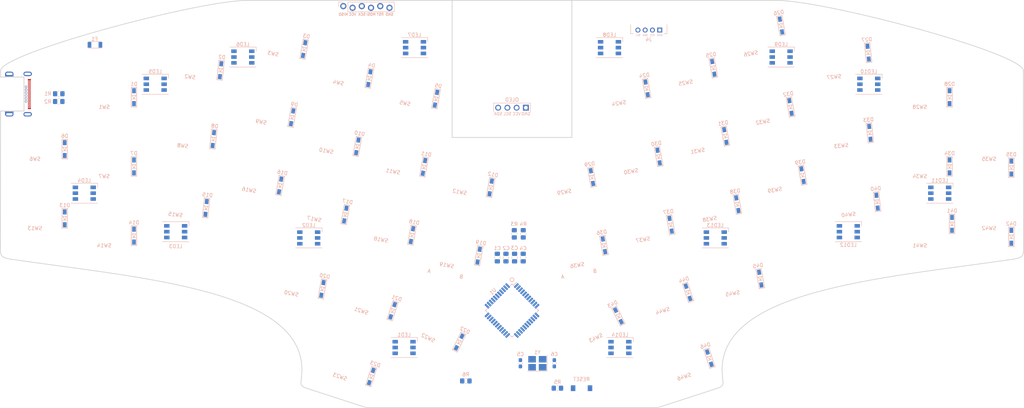
<source format=kicad_pcb>
(kicad_pcb (version 20171130) (host pcbnew "(5.1.7)-1")
  (layers (0 F.Cu signal hide) (31 B.Cu signal hide) (34 B.Paste user hide) (35 F.Paste user hide) (36 B.SilkS user hide) (37 F.SilkS user hide) (38 B.Mask user hide) (39 F.Mask user hide) (44 Edge.Cuts user))
  (net 0 "")
  (net 1 VBUS)
  (net 2 GND)
  (net 3 AREF)
  (net 4 UCAP)
  (net 5 XTAL1)
  (net 6 XTAL2)
  (net 7 ROWL0)
  (net 8 "Net-(D1-Pad2)")
  (net 9 "Net-(D2-Pad2)")
  (net 10 "Net-(D3-Pad2)")
  (net 11 "Net-(D4-Pad2)")
  (net 12 "Net-(D5-Pad2)")
  (net 13 ROWL1)
  (net 14 "Net-(D6-Pad2)")
  (net 15 "Net-(D7-Pad2)")
  (net 16 "Net-(D8-Pad2)")
  (net 17 "Net-(D9-Pad2)")
  (net 18 "Net-(D10-Pad2)")
  (net 19 "Net-(D11-Pad2)")
  (net 20 "Net-(D12-Pad2)")
  (net 21 "Net-(D13-Pad2)")
  (net 22 ROWL2)
  (net 23 "Net-(D14-Pad2)")
  (net 24 "Net-(D15-Pad2)")
  (net 25 "Net-(D16-Pad2)")
  (net 26 "Net-(D17-Pad2)")
  (net 27 "Net-(D18-Pad2)")
  (net 28 "Net-(D19-Pad2)")
  (net 29 "Net-(D20-Pad2)")
  (net 30 ROWL3)
  (net 31 "Net-(D21-Pad2)")
  (net 32 "Net-(D22-Pad2)")
  (net 33 "Net-(D23-Pad2)")
  (net 34 "Net-(D24-Pad2)")
  (net 35 MISO)
  (net 36 "Net-(D25-Pad2)")
  (net 37 "Net-(D26-Pad2)")
  (net 38 "Net-(D27-Pad2)")
  (net 39 "Net-(D28-Pad2)")
  (net 40 MOSI)
  (net 41 "Net-(D29-Pad2)")
  (net 42 "Net-(D30-Pad2)")
  (net 43 "Net-(D31-Pad2)")
  (net 44 "Net-(D32-Pad2)")
  (net 45 "Net-(D33-Pad2)")
  (net 46 "Net-(D34-Pad2)")
  (net 47 "Net-(D35-Pad2)")
  (net 48 "Net-(D36-Pad2)")
  (net 49 ROWR2)
  (net 50 "Net-(D37-Pad2)")
  (net 51 "Net-(D38-Pad2)")
  (net 52 "Net-(D39-Pad2)")
  (net 53 "Net-(D40-Pad2)")
  (net 54 "Net-(D41-Pad2)")
  (net 55 "Net-(D42-Pad2)")
  (net 56 ROWR3)
  (net 57 "Net-(D43-Pad2)")
  (net 58 "Net-(D44-Pad2)")
  (net 59 "Net-(D45-Pad2)")
  (net 60 "Net-(D46-Pad2)")
  (net 61 UVBUS)
  (net 62 "Net-(J1-PadB8)")
  (net 63 UDN)
  (net 64 UDP)
  (net 65 /CC2)
  (net 66 "Net-(J1-PadB11)")
  (net 67 "Net-(J1-PadB10)")
  (net 68 "Net-(J1-PadA2)")
  (net 69 "Net-(J1-PadA3)")
  (net 70 /CC1)
  (net 71 "Net-(J1-PadA8)")
  (net 72 "Net-(J1-PadA10)")
  (net 73 "Net-(J1-PadA11)")
  (net 74 "Net-(J1-PadB3)")
  (net 75 "Net-(J1-PadB2)")
  (net 76 SDA)
  (net 77 SCL)
  (net 78 RESET)
  (net 79 LED)
  (net 80 "Net-(LED1-Pad3)")
  (net 81 "Net-(LED1-Pad1)")
  (net 82 "Net-(LED2-Pad1)")
  (net 83 "Net-(LED2-Pad3)")
  (net 84 "Net-(LED3-Pad3)")
  (net 85 "Net-(LED3-Pad1)")
  (net 86 "Net-(LED4-Pad1)")
  (net 87 "Net-(LED4-Pad3)")
  (net 88 "Net-(LED5-Pad3)")
  (net 89 "Net-(LED5-Pad1)")
  (net 90 "Net-(LED6-Pad1)")
  (net 91 "Net-(LED6-Pad3)")
  (net 92 "Net-(LED7-Pad1)")
  (net 93 "Net-(LED7-Pad3)")
  (net 94 "Net-(LED10-Pad6)")
  (net 95 "Net-(LED8-Pad1)")
  (net 96 "Net-(LED10-Pad4)")
  (net 97 "Net-(LED9-Pad1)")
  (net 98 "Net-(LED10-Pad1)")
  (net 99 "Net-(LED10-Pad3)")
  (net 100 "Net-(LED11-Pad3)")
  (net 101 "Net-(LED11-Pad1)")
  (net 102 "Net-(LED12-Pad1)")
  (net 103 "Net-(LED12-Pad3)")
  (net 104 "Net-(LED13-Pad3)")
  (net 105 "Net-(LED13-Pad1)")
  (net 106 "Net-(LED14-Pad1)")
  (net 107 "Net-(LED14-Pad3)")
  (net 108 DN)
  (net 109 DP)
  (net 110 HWB)
  (net 111 COL1)
  (net 112 COL2)
  (net 113 COL3)
  (net 114 COL4)
  (net 115 COL5)
  (net 116 COL0)
  (net 117 COL6)
  (net 118 ENCL2)
  (net 119 ENCL1)
  (net 120 ENCR1)
  (net 121 ENCR2)
  (net 122 "Net-(U1-Pad1)")
  (net 123 "Net-(U1-Pad12)")
  (net 124 "Net-(U1-Pad20)")
  (module 1m38_kbd:SW_PUSH_SMD_TVAF06-A020B-R_HandSolder (layer B.Cu) (at 184.13 132.6)
    (fp_text reference SW47 hide)
    (fp_text value SW_Push)
    (pad "" np_thru_hole circle (at 0 0.9) (size 0.75 0.75) (drill 0.75) (layers *.Cu *.Mask))
    (pad "" np_thru_hole circle (at 0 -0.9) (size 0.75 0.75) (drill 0.75) (layers *.Cu *.Mask))
    (pad 2 smd rect (at -2.325 0) (size 1.25 1.6) (layers B.Cu B.Paste B.Mask) (net 78 RESET))
    (pad 1 smd rect (at 2.325 0) (size 1.25 1.6) (layers B.Cu B.Paste B.Mask) (net 2 GND))
  )
  (module 1m38_kbd:M2_ScrewHole (layer F.Cu) (at 178 60.1)
    (fp_text reference HOLE15 hide)
    (fp_text value M2_ScrewHole)
  )
  (module 1m38_kbd:M2_ScrewHole (layer F.Cu) (at 152 60.1)
    (fp_text reference HOLE14 hide)
    (fp_text value M2_ScrewHole)
  )
  (module 1m38_kbd:M2_ScrewHole (layer F.Cu) (at 164.98 80.1)
    (fp_text reference HOLE13 hide)
    (fp_text value Val** hide)
  )
  (module 1m38_kbd:M2_ScrewHole (layer F.Cu) (at 198.020001 133.12)
    (fp_text reference HOLE12 hide)
    (fp_text value Val** hide)
  )
  (module 1m38_kbd:M2_ScrewHole (layer F.Cu) (at 245.38 100.61)
    (fp_text reference HOLE11 hide)
    (fp_text value Val** hide)
  )
  (module 1m38_kbd:M2_ScrewHole (layer F.Cu) (at 287.36 94.9)
    (fp_text reference HOLE10 hide)
    (fp_text value Val** hide)
  )
  (module 1m38_kbd:M2_ScrewHole (layer F.Cu) (at 290.24 43.68)
    (fp_text reference HOLE9 hide)
    (fp_text value Val** hide)
  )
  (module 1m38_kbd:M2_ScrewHole (layer F.Cu) (at 243.66 32.08)
    (fp_text reference HOLE8 hide)
    (fp_text value Val** hide)
  )
  (module 1m38_kbd:M2_ScrewHole (layer F.Cu) (at 188.01 31.84)
    (fp_text reference HOLE7 hide)
    (fp_text value Val** hide)
  )
  (module 1m38_kbd:M2_ScrewHole (layer F.Cu) (at 141.99 31.84)
    (fp_text reference HOLE6 hide)
    (fp_text value Val** hide)
  )
  (module 1m38_kbd:M2_ScrewHole (layer F.Cu) (at 86.34 32.08)
    (fp_text reference HOLE5 hide)
    (fp_text value Val** hide)
  )
  (module 1m38_kbd:M2_ScrewHole (layer F.Cu) (at 39.76 43.68)
    (fp_text reference HOLE4 hide)
    (fp_text value Val** hide)
  )
  (module 1m38_kbd:M2_ScrewHole (layer F.Cu) (at 42.64 94.9)
    (fp_text reference HOLE3 hide)
    (fp_text value Val** hide)
  )
  (module 1m38_kbd:M2_ScrewHole (layer F.Cu) (at 84.62 100.61)
    (fp_text reference HOLE2 hide)
    (fp_text value Val** hide)
  )
  (module 1m38_kbd:M2_ScrewHole (layer F.Cu) (at 131.979999 133.12)
    (fp_text reference HOLE1 hide)
    (fp_text value Val** hide)
  )
  (module 1m38_kbd:CherryMX_SwitchHole_RoundCorner (layer F.Cu) (at 182.071668 93.771438 10)
    (fp_text reference SW36 (at 0 5.08 190) (layer B.SilkS) (effects (justify mirror)))
    (fp_text value Rotary_Encoder_Switch)
    (fp_text user A (at -4.5 7.5 10) (layer B.SilkS) (effects (justify mirror)))
    (fp_text user B (at 4.5 7.5 10) (layer B.SilkS) (effects (justify mirror)))
  )
  (module 1m38_kbd:CherryMX_SwitchHole_RoundCorner (layer F.Cu) (at 147.928332 93.771438 350)
    (fp_text reference SW19 (at 0 5.08 170) (layer B.SilkS) (effects (justify mirror)))
    (fp_text value Rotary_Encoder_Switch)
    (fp_text user B (at 4.5 7.5 350) (layer B.SilkS) (effects (justify mirror)))
    (fp_text user A (at -4.5 7.5 350) (layer B.SilkS) (effects (justify mirror)))
  )
  (module 1m38_kbd:CherryMX_SwitchHole_RoundCorner (layer F.Cu) (at 186.485697 115.463534 26)
    (fp_text reference SW43 (at 0 3.67 26) (layer B.SilkS) (effects (justify mirror)))
    (fp_text value SW_PUSH hide)
  )
  (module 1m38_kbd:CherryMX_SwitchHole_RoundCorner (layer F.Cu) (at 52.8 51.575)
    (fp_text reference SW1 (at 0 3.67) (layer B.SilkS) (effects (justify mirror)))
    (fp_text value SW_PUSH hide)
  )
  (module 1m38_kbd:CherryMX_SwitchHole_RoundCorner (layer F.Cu) (at 76.775989 43.306528 354)
    (fp_text reference SW2 (at 0 3.67 354) (layer B.SilkS) (effects (justify mirror)))
    (fp_text value SW_PUSH hide)
  )
  (module 1m38_kbd:CherryMX_SwitchHole_RoundCorner (layer F.Cu) (at 99.916564 36.945975 350)
    (fp_text reference SW3 (at 0 3.67 350) (layer B.SilkS) (effects (justify mirror)))
    (fp_text value SW_PUSH hide)
  )
  (module 1m38_kbd:CherryMX_SwitchHole_RoundCorner (layer F.Cu) (at 117.850152 44.94412 350)
    (fp_text reference SW4 (at 0 3.67 350) (layer B.SilkS) (effects (justify mirror)))
    (fp_text value SW_PUSH hide)
  )
  (module 1m38_kbd:CherryMX_SwitchHole_RoundCorner (layer F.Cu) (at 136.19724 50.597191 350)
    (fp_text reference SW5 (at 0 3.67 350) (layer B.SilkS) (effects (justify mirror)))
    (fp_text value SW_PUSH hide)
  )
  (module 1m38_kbd:CherryMX_SwitchHole_RoundCorner (layer F.Cu) (at 33.75 65.8625)
    (fp_text reference SW6 (at 0 3.67) (layer B.SilkS) (effects (justify mirror)))
    (fp_text value SW_PUSH hide)
  )
  (module 1m38_kbd:CherryMX_SwitchHole_RoundCorner (layer F.Cu) (at 52.8 70.625)
    (fp_text reference SW7 (at 0 3.67) (layer B.SilkS) (effects (justify mirror)))
    (fp_text value SW_PUSH hide)
  )
  (module 1m38_kbd:CherryMX_SwitchHole_RoundCorner (layer F.Cu) (at 74.784721 62.25217 354)
    (fp_text reference SW8 (at 0 3.67 354) (layer B.SilkS) (effects (justify mirror)))
    (fp_text value SW_PUSH hide)
  )
  (module 1m38_kbd:CherryMX_SwitchHole_RoundCorner (layer F.Cu) (at 96.608566 55.706563 350)
    (fp_text reference SW9 (at 0 3.67 350) (layer B.SilkS) (effects (justify mirror)))
    (fp_text value SW_PUSH hide)
  )
  (module 1m38_kbd:CherryMX_SwitchHole_RoundCorner (layer F.Cu) (at 114.542154 63.704708 350)
    (fp_text reference SW10 (at 0 3.67 350) (layer B.SilkS) (effects (justify mirror)))
    (fp_text value SW_PUSH hide)
  )
  (module 1m38_kbd:CherryMX_SwitchHole_RoundCorner (layer F.Cu) (at 132.889242 69.357779 350)
    (fp_text reference SW11 (at 0 3.67 350) (layer B.SilkS) (effects (justify mirror)))
    (fp_text value SW_PUSH hide)
  )
  (module 1m38_kbd:CherryMX_SwitchHole_RoundCorner (layer F.Cu) (at 151.23633 75.01085 350)
    (fp_text reference SW12 (at 0 3.67 350) (layer B.SilkS) (effects (justify mirror)))
    (fp_text value SW_PUSH hide)
  )
  (module 1m38_kbd:CherryMX_SwitchHole_RoundCorner (layer F.Cu) (at 33.75 84.9125)
    (fp_text reference SW13 (at 0 3.67) (layer B.SilkS) (effects (justify mirror)))
    (fp_text value SW_PUSH hide)
  )
  (module 1m38_kbd:CherryMX_SwitchHole_RoundCorner (layer F.Cu) (at 52.8 89.675)
    (fp_text reference SW14 (at 0 3.67) (layer B.SilkS) (effects (justify mirror)))
    (fp_text value SW_PUSH hide)
  )
  (module 1m38_kbd:CherryMX_SwitchHole_RoundCorner (layer F.Cu) (at 72.793454 81.197812 354)
    (fp_text reference SW15 (at 0 3.67 354) (layer B.SilkS) (effects (justify mirror)))
    (fp_text value SW_PUSH hide)
  )
  (module 1m38_kbd:CherryMX_SwitchHole_RoundCorner (layer F.Cu) (at 93.300568 74.467151 350)
    (fp_text reference SW16 (at 0 3.67 350) (layer B.SilkS) (effects (justify mirror)))
    (fp_text value SW_PUSH hide)
  )
  (module 1m38_kbd:CherryMX_SwitchHole_RoundCorner (layer F.Cu) (at 111.234156 82.465295 350)
    (fp_text reference SW17 (at 0 3.67 350) (layer B.SilkS) (effects (justify mirror)))
    (fp_text value SW_PUSH hide)
  )
  (module 1m38_kbd:CherryMX_SwitchHole_RoundCorner (layer F.Cu) (at 129.581244 88.118367 350)
    (fp_text reference SW18 (at 0 3.67 350) (layer B.SilkS) (effects (justify mirror)))
    (fp_text value SW_PUSH hide)
  )
  (module 1m38_kbd:CherryMX_SwitchHole_RoundCorner (layer F.Cu) (at 104.933883 102.927996 350)
    (fp_text reference SW20 (at 0 3.67 350) (layer B.SilkS) (effects (justify mirror)))
    (fp_text value SW_PUSH hide)
  )
  (module 1m38_kbd:CherryMX_SwitchHole_RoundCorner (layer F.Cu) (at 124.662378 107.846862 342)
    (fp_text reference SW21 (at 0 3.669999 342) (layer B.SilkS) (effects (justify mirror)))
    (fp_text value SW_PUSH hide)
  )
  (module 1m38_kbd:CherryMX_SwitchHole_RoundCorner (layer F.Cu) (at 143.514303 115.463534 334)
    (fp_text reference SW22 (at 0 3.67 334) (layer B.SilkS) (effects (justify mirror)))
    (fp_text value SW_PUSH hide)
  )
  (module 1m38_kbd:CherryMX_SwitchHole_RoundCorner (layer F.Cu) (at 118.775604 125.964488 342)
    (fp_text reference SW23 (at 0 3.669999 342) (layer B.SilkS) (effects (justify mirror)))
    (fp_text value SW_PUSH hide)
  )
  (module 1m38_kbd:CherryMX_SwitchHole_RoundCorner (layer F.Cu) (at 193.80276 50.597191 10)
    (fp_text reference SW24 (at 0 3.67 10) (layer B.SilkS) (effects (justify mirror)))
    (fp_text value SW_PUSH hide)
  )
  (module 1m38_kbd:CherryMX_SwitchHole_RoundCorner (layer F.Cu) (at 212.149848 44.94412 10)
    (fp_text reference SW25 (at 0 3.67 10) (layer B.SilkS) (effects (justify mirror)))
    (fp_text value SW_PUSH hide)
  )
  (module 1m38_kbd:CherryMX_SwitchHole_RoundCorner (layer F.Cu) (at 230.083436 36.945975 10)
    (fp_text reference SW26 (at 0 3.67 10) (layer B.SilkS) (effects (justify mirror)))
    (fp_text value SW_PUSH hide)
  )
  (module 1m38_kbd:CherryMX_SwitchHole_RoundCorner (layer F.Cu) (at 253.224011 43.306528 6)
    (fp_text reference SW27 (at 0 3.67 6) (layer B.SilkS) (effects (justify mirror)))
    (fp_text value SW_PUSH hide)
  )
  (module 1m38_kbd:CherryMX_SwitchHole_RoundCorner (layer F.Cu) (at 277.2 51.575)
    (fp_text reference SW28 (at 0 3.67) (layer B.SilkS) (effects (justify mirror)))
    (fp_text value SW_PUSH hide)
  )
  (module 1m38_kbd:CherryMX_SwitchHole_RoundCorner (layer F.Cu) (at 178.76367 75.01085 10)
    (fp_text reference SW29 (at 0 3.67 10) (layer B.SilkS) (effects (justify mirror)))
    (fp_text value SW_PUSH hide)
  )
  (module 1m38_kbd:CherryMX_SwitchHole_RoundCorner (layer F.Cu) (at 197.110758 69.357779 10)
    (fp_text reference SW30 (at 0 3.67 10) (layer B.SilkS) (effects (justify mirror)))
    (fp_text value SW_PUSH hide)
  )
  (module 1m38_kbd:CherryMX_SwitchHole_RoundCorner (layer F.Cu) (at 215.457846 63.704708 10)
    (fp_text reference SW31 (at 0 3.67 10) (layer B.SilkS) (effects (justify mirror)))
    (fp_text value SW_PUSH hide)
  )
  (module 1m38_kbd:CherryMX_SwitchHole_RoundCorner (layer F.Cu) (at 233.391434 55.706563 10)
    (fp_text reference SW32 (at 0 3.67 10) (layer B.SilkS) (effects (justify mirror)))
    (fp_text value SW_PUSH hide)
  )
  (module 1m38_kbd:CherryMX_SwitchHole_RoundCorner (layer F.Cu) (at 255.215279 62.25217 6)
    (fp_text reference SW33 (at 0 3.67 6) (layer B.SilkS) (effects (justify mirror)))
    (fp_text value SW_PUSH hide)
  )
  (module 1m38_kbd:CherryMX_SwitchHole_RoundCorner (layer F.Cu) (at 277.2 70.625)
    (fp_text reference SW34 (at 0 3.67) (layer B.SilkS) (effects (justify mirror)))
    (fp_text value SW_PUSH hide)
  )
  (module 1m38_kbd:CherryMX_SwitchHole_RoundCorner (layer F.Cu) (at 296.25 65.8625)
    (fp_text reference SW35 (at 0 3.67) (layer B.SilkS) (effects (justify mirror)))
    (fp_text value SW_PUSH hide)
  )
  (module 1m38_kbd:CherryMX_SwitchHole_RoundCorner (layer F.Cu) (at 200.418756 88.118367 10)
    (fp_text reference SW37 (at 0 3.67 10) (layer B.SilkS) (effects (justify mirror)))
    (fp_text value SW_PUSH hide)
  )
  (module 1m38_kbd:CherryMX_SwitchHole_RoundCorner (layer F.Cu) (at 218.765844 82.465295 10)
    (fp_text reference SW38 (at 0 3.67 10) (layer B.SilkS) (effects (justify mirror)))
    (fp_text value SW_PUSH hide)
  )
  (module 1m38_kbd:CherryMX_SwitchHole_RoundCorner (layer F.Cu) (at 236.699432 74.467151 10)
    (fp_text reference SW39 (at 0 3.67 10) (layer B.SilkS) (effects (justify mirror)))
    (fp_text value SW_PUSH hide)
  )
  (module 1m38_kbd:CherryMX_SwitchHole_RoundCorner (layer F.Cu) (at 257.206546 81.197812 6)
    (fp_text reference SW40 (at 0 3.67 6) (layer B.SilkS) (effects (justify mirror)))
    (fp_text value SW_PUSH hide)
  )
  (module 1m38_kbd:CherryMX_SwitchHole_RoundCorner (layer F.Cu) (at 277.2 89.675)
    (fp_text reference SW41 (at 0 3.67) (layer B.SilkS) (effects (justify mirror)))
    (fp_text value SW_PUSH hide)
  )
  (module 1m38_kbd:CherryMX_SwitchHole_RoundCorner (layer F.Cu) (at 296.25 84.9125)
    (fp_text reference SW42 (at 0 3.67) (layer B.SilkS) (effects (justify mirror)))
    (fp_text value SW_PUSH hide)
  )
  (module 1m38_kbd:CherryMX_SwitchHole_RoundCorner (layer F.Cu) (at 205.337622 107.846862 18)
    (fp_text reference SW44 (at 0 3.669999 18) (layer B.SilkS) (effects (justify mirror)))
    (fp_text value SW_PUSH hide)
  )
  (module 1m38_kbd:CherryMX_SwitchHole_RoundCorner (layer F.Cu) (at 225.066117 102.927996 10)
    (fp_text reference SW45 (at 0 3.67 10) (layer B.SilkS) (effects (justify mirror)))
    (fp_text value SW_PUSH hide)
  )
  (module 1m38_kbd:CherryMX_SwitchHole_RoundCorner (layer F.Cu) (at 211.224396 125.964488 18)
    (fp_text reference SW46 (at 0 3.669999 18) (layer B.SilkS) (effects (justify mirror)))
    (fp_text value SW_PUSH hide)
  )
  (module digikey-footprints:USB-C_Female_CX70M-24P1 (layer F.Cu) (at 31.29 51.68 270)
    (fp_text reference J1 hide)
    (fp_text value CX70M-24P1)
    (pad SH smd rect (at 5.17 5.62 270) (size 0.65 0.26) (layers F.Cu F.Paste F.Mask) (net 2 GND))
    (pad SH smd rect (at 5.17 3.58 270) (size 0.65 0.26) (layers F.Cu F.Paste F.Mask) (net 2 GND))
    (pad SH smd rect (at 4.97 4.6 270) (size 0.25 2.3) (layers F.Cu F.Paste F.Mask) (net 2 GND))
    (pad SH smd rect (at -5.22 5.62 270) (size 0.65 0.26) (layers F.Cu F.Paste F.Mask) (net 2 GND))
    (pad B12 smd rect (at -3.4 -0.925 270) (size 0.23 0.85) (layers F.Cu F.Paste F.Mask) (net 2 GND) (clearance 0.17))
    (pad B9 thru_hole circle (at -2 0 270) (size 0.6 0.6) (drill 0.4) (layers *.Cu *.Mask) (net 61 UVBUS))
    (pad B8 thru_hole circle (at -1.2 0 270) (size 0.6 0.6) (drill 0.4) (layers *.Cu *.Mask) (net 62 "Net-(J1-PadB8)"))
    (pad B7 thru_hole circle (at -0.4 0 270) (size 0.6 0.6) (drill 0.4) (layers *.Cu *.Mask) (net 63 UDN))
    (pad B6 thru_hole circle (at 0.4 0 270) (size 0.6 0.6) (drill 0.4) (layers *.Cu *.Mask) (net 64 UDP))
    (pad B5 thru_hole circle (at 1.2 0 270) (size 0.6 0.6) (drill 0.4) (layers *.Cu *.Mask) (net 65 /CC2))
    (pad B4 thru_hole circle (at 2 0 270) (size 0.6 0.6) (drill 0.4) (layers *.Cu *.Mask) (net 61 UVBUS))
    (pad "" smd rect (at -3.915 -0.925 270) (size 0.46 0.85) (layers F.Cu F.Paste F.Mask) (clearance 0.17))
    (pad B11 smd rect (at -3 -0.925 270) (size 0.23 0.85) (layers F.Cu F.Paste F.Mask) (net 66 "Net-(J1-PadB11)"))
    (pad B10 smd rect (at -2.6 -0.925 270) (size 0.23 0.85) (layers F.Cu F.Paste F.Mask) (net 67 "Net-(J1-PadB10)"))
    (pad A1 smd rect (at -2.2 -0.925 270) (size 0.23 0.85) (layers F.Cu F.Paste F.Mask) (net 2 GND) (clearance 0.17))
    (pad A2 smd rect (at -1.8 -0.925 270) (size 0.23 0.85) (layers F.Cu F.Paste F.Mask) (net 68 "Net-(J1-PadA2)"))
    (pad A3 smd rect (at -1.4 -0.925 270) (size 0.23 0.85) (layers F.Cu F.Paste F.Mask) (net 69 "Net-(J1-PadA3)"))
    (pad A4 smd rect (at -1 -0.925 270) (size 0.23 0.85) (layers F.Cu F.Paste F.Mask) (net 61 UVBUS))
    (pad A5 smd rect (at -0.6 -0.925 270) (size 0.23 0.85) (layers F.Cu F.Paste F.Mask) (net 70 /CC1))
    (pad A6 smd rect (at -0.2 -0.925 270) (size 0.23 0.85) (layers F.Cu F.Paste F.Mask) (net 64 UDP))
    (pad A7 smd rect (at 0.2 -0.925 270) (size 0.23 0.85) (layers F.Cu F.Paste F.Mask) (net 63 UDN))
    (pad A8 smd rect (at 0.6 -0.925 270) (size 0.23 0.85) (layers F.Cu F.Paste F.Mask) (net 71 "Net-(J1-PadA8)"))
    (pad A9 smd rect (at 1 -0.925 270) (size 0.23 0.85) (layers F.Cu F.Paste F.Mask) (net 61 UVBUS))
    (pad A10 smd rect (at 1.4 -0.925 270) (size 0.23 0.85) (layers F.Cu F.Paste F.Mask) (net 72 "Net-(J1-PadA10)"))
    (pad A11 smd rect (at 1.8 -0.925 270) (size 0.23 0.85) (layers F.Cu F.Paste F.Mask) (net 73 "Net-(J1-PadA11)") (clearance 0.1))
    (pad A12 smd rect (at 2.2 -0.925 270) (size 0.23 0.85) (layers F.Cu F.Paste F.Mask) (net 2 GND) (clearance 0.17))
    (pad B3 smd rect (at 2.6 -0.925 270) (size 0.23 0.85) (layers F.Cu F.Paste F.Mask) (net 74 "Net-(J1-PadB3)") (clearance 0.1))
    (pad B2 smd rect (at 3 -0.925 270) (size 0.23 0.85) (layers F.Cu F.Paste F.Mask) (net 75 "Net-(J1-PadB2)"))
    (pad B1 smd rect (at 3.4 -0.925 270) (size 0.23 0.85) (layers F.Cu F.Paste F.Mask) (net 2 GND) (clearance 0.17))
    (pad "" smd rect (at 3.915 -0.925 270) (size 0.46 0.85) (layers F.Cu F.Paste F.Mask) (clearance 0.17))
    (pad SH thru_hole oval (at -5.55 -0.45 270) (size 1.2 2.3) (drill oval 0.6 1.7) (layers *.Cu *.Mask) (net 2 GND))
    (pad SH thru_hole oval (at 5.55 -0.45 270) (size 1.2 2.3) (drill oval 0.6 1.7) (layers *.Cu *.Mask) (net 2 GND))
    (pad SH thru_hole oval (at -5.55 4.6 270) (size 1.2 2.3) (drill oval 0.6 1.7) (layers *.Cu *.Mask) (net 2 GND))
    (pad SH thru_hole oval (at 5.55 4.6 270) (size 1.2 2.3) (drill oval 0.6 1.7) (layers *.Cu *.Mask) (net 2 GND))
    (pad SH smd rect (at -4.97 4.6 270) (size 0.25 2.3) (layers F.Cu F.Paste F.Mask) (net 2 GND))
    (pad SH smd rect (at -5.22 3.58 270) (size 0.65 0.26) (layers F.Cu F.Paste F.Mask) (net 2 GND))
    (pad SH smd rect (at -4.97 4.6 270) (size 0.25 2.3) (layers B.Cu B.Paste B.Mask) (net 2 GND))
    (pad SH smd rect (at -5.22 3.58 270) (size 0.65 0.26) (layers B.Cu B.Paste B.Mask) (net 2 GND))
    (pad SH smd rect (at -5.22 5.62 270) (size 0.65 0.26) (layers B.Cu B.Paste B.Mask) (net 2 GND))
    (pad SH smd rect (at 4.97 4.6 270) (size 0.25 2.3) (layers B.Cu B.Paste B.Mask) (net 2 GND))
    (pad SH smd rect (at 5.17 5.62 270) (size 0.65 0.26) (layers B.Cu B.Paste B.Mask) (net 2 GND))
    (pad SH smd rect (at 5.17 3.58 270) (size 0.65 0.26) (layers B.Cu B.Paste B.Mask) (net 2 GND))
  )
  (module Package_QFP:TQFP-44_10x10mm_P0.8mm (layer B.Cu) (at 165 111.24 225)
    (fp_text reference U1 (at 0 7.45 45) (layer B.SilkS) (effects (justify mirror)))
    (fp_text value ATmega32U4-AU)
    (pad 1 smd rect (at -5.7 4 225) (size 1.5 0.55) (layers B.Cu B.Paste B.Mask) (net 122 "Net-(U1-Pad1)"))
    (pad 2 smd rect (at -5.7 3.2 225) (size 1.5 0.55) (layers B.Cu B.Paste B.Mask) (net 1 VBUS))
    (pad 3 smd rect (at -5.7 2.4 225) (size 1.5 0.55) (layers B.Cu B.Paste B.Mask) (net 108 DN))
    (pad 4 smd rect (at -5.7 1.6 225) (size 1.5 0.55) (layers B.Cu B.Paste B.Mask) (net 109 DP))
    (pad 5 smd rect (at -5.7 0.8 225) (size 1.5 0.55) (layers B.Cu B.Paste B.Mask) (net 2 GND))
    (pad 6 smd rect (at -5.7 0 225) (size 1.5 0.55) (layers B.Cu B.Paste B.Mask) (net 4 UCAP))
    (pad 7 smd rect (at -5.7 -0.8 225) (size 1.5 0.55) (layers B.Cu B.Paste B.Mask) (net 1 VBUS))
    (pad 8 smd rect (at -5.7 -1.6 225) (size 1.5 0.55) (layers B.Cu B.Paste B.Mask) (net 56 ROWR3))
    (pad 9 smd rect (at -5.7 -2.4 225) (size 1.5 0.55) (layers B.Cu B.Paste B.Mask) (net 49 ROWR2))
    (pad 10 smd rect (at -5.7 -3.2 225) (size 1.5 0.55) (layers B.Cu B.Paste B.Mask) (net 40 MOSI))
    (pad 11 smd rect (at -5.7 -4 225) (size 1.5 0.55) (layers B.Cu B.Paste B.Mask) (net 35 MISO))
    (pad 12 smd rect (at -4 -5.7 135) (size 1.5 0.55) (layers B.Cu B.Paste B.Mask) (net 123 "Net-(U1-Pad12)"))
    (pad 13 smd rect (at -3.2 -5.7 135) (size 1.5 0.55) (layers B.Cu B.Paste B.Mask) (net 78 RESET))
    (pad 14 smd rect (at -2.4 -5.7 135) (size 1.5 0.55) (layers B.Cu B.Paste B.Mask) (net 1 VBUS))
    (pad 15 smd rect (at -1.6 -5.7 135) (size 1.5 0.55) (layers B.Cu B.Paste B.Mask) (net 2 GND))
    (pad 16 smd rect (at -0.8 -5.7 135) (size 1.5 0.55) (layers B.Cu B.Paste B.Mask) (net 6 XTAL2))
    (pad 17 smd rect (at 0 -5.7 135) (size 1.5 0.55) (layers B.Cu B.Paste B.Mask) (net 5 XTAL1))
    (pad 18 smd rect (at 0.8 -5.7 135) (size 1.5 0.55) (layers B.Cu B.Paste B.Mask) (net 77 SCL))
    (pad 19 smd rect (at 1.6 -5.7 135) (size 1.5 0.55) (layers B.Cu B.Paste B.Mask) (net 76 SDA))
    (pad 20 smd rect (at 2.4 -5.7 135) (size 1.5 0.55) (layers B.Cu B.Paste B.Mask) (net 124 "Net-(U1-Pad20)"))
    (pad 21 smd rect (at 3.2 -5.7 135) (size 1.5 0.55) (layers B.Cu B.Paste B.Mask) (net 116 COL0))
    (pad 22 smd rect (at 4 -5.7 135) (size 1.5 0.55) (layers B.Cu B.Paste B.Mask) (net 111 COL1))
    (pad 23 smd rect (at 5.7 -4 225) (size 1.5 0.55) (layers B.Cu B.Paste B.Mask) (net 2 GND))
    (pad 24 smd rect (at 5.7 -3.2 225) (size 1.5 0.55) (layers B.Cu B.Paste B.Mask) (net 1 VBUS))
    (pad 25 smd rect (at 5.7 -2.4 225) (size 1.5 0.55) (layers B.Cu B.Paste B.Mask) (net 112 COL2))
    (pad 26 smd rect (at 5.7 -1.6 225) (size 1.5 0.55) (layers B.Cu B.Paste B.Mask) (net 113 COL3))
    (pad 27 smd rect (at 5.7 -0.8 225) (size 1.5 0.55) (layers B.Cu B.Paste B.Mask) (net 114 COL4))
    (pad 28 smd rect (at 5.7 0 225) (size 1.5 0.55) (layers B.Cu B.Paste B.Mask) (net 115 COL5))
    (pad 29 smd rect (at 5.7 0.8 225) (size 1.5 0.55) (layers B.Cu B.Paste B.Mask) (net 117 COL6))
    (pad 30 smd rect (at 5.7 1.6 225) (size 1.5 0.55) (layers B.Cu B.Paste B.Mask) (net 79 LED))
    (pad 31 smd rect (at 5.7 2.4 225) (size 1.5 0.55) (layers B.Cu B.Paste B.Mask) (net 30 ROWL3))
    (pad 32 smd rect (at 5.7 3.2 225) (size 1.5 0.55) (layers B.Cu B.Paste B.Mask) (net 22 ROWL2))
    (pad 33 smd rect (at 5.7 4 225) (size 1.5 0.55) (layers B.Cu B.Paste B.Mask) (net 110 HWB))
    (pad 34 smd rect (at 4 5.7 135) (size 1.5 0.55) (layers B.Cu B.Paste B.Mask) (net 1 VBUS))
    (pad 35 smd rect (at 3.2 5.7 135) (size 1.5 0.55) (layers B.Cu B.Paste B.Mask) (net 2 GND))
    (pad 36 smd rect (at 2.4 5.7 135) (size 1.5 0.55) (layers B.Cu B.Paste B.Mask) (net 13 ROWL1))
    (pad 37 smd rect (at 1.6 5.7 135) (size 1.5 0.55) (layers B.Cu B.Paste B.Mask) (net 7 ROWL0))
    (pad 38 smd rect (at 0.8 5.7 135) (size 1.5 0.55) (layers B.Cu B.Paste B.Mask) (net 119 ENCL1))
    (pad 39 smd rect (at 0 5.7 135) (size 1.5 0.55) (layers B.Cu B.Paste B.Mask) (net 118 ENCL2))
    (pad 40 smd rect (at -0.8 5.7 135) (size 1.5 0.55) (layers B.Cu B.Paste B.Mask) (net 121 ENCR2))
    (pad 41 smd rect (at -1.6 5.7 135) (size 1.5 0.55) (layers B.Cu B.Paste B.Mask) (net 120 ENCR1))
    (pad 42 smd rect (at -2.4 5.7 135) (size 1.5 0.55) (layers B.Cu B.Paste B.Mask) (net 3 AREF))
    (pad 43 smd rect (at -3.2 5.7 135) (size 1.5 0.55) (layers B.Cu B.Paste B.Mask) (net 2 GND))
    (pad 44 smd rect (at -4 5.7 135) (size 1.5 0.55) (layers B.Cu B.Paste B.Mask) (net 1 VBUS))
  )
  (module 1m38_kbd:OLED-0.96in (layer F.Cu) (at 165 56.7)
    (fp_text reference J2)
    (fp_text value OLED_I2C)
    (fp_text user SDA (at -3.81 0.4) (layer B.SilkS) (effects (font (size 0.8 0.8) (thickness 0.12)) (justify mirror)))
    (fp_text user SCL (at -1.27 0.4) (layer B.SilkS) (effects (font (size 0.8 0.8) (thickness 0.12)) (justify mirror)))
    (fp_text user VCC (at 1.27 0.4) (layer B.SilkS) (effects (font (size 0.8 0.8) (thickness 0.12)) (justify mirror)))
    (fp_text user GND (at 3.81 0.4) (layer B.SilkS) (effects (font (size 0.8 0.8) (thickness 0.12)) (justify mirror)))
    (fp_text user OLED (at 0 -3.47 180) (layer B.SilkS) (effects (justify mirror)))
    (pad 4 thru_hole circle (at -3.81 -1.27 180) (size 1.6 1.6) (drill 1) (layers *.Cu *.Mask) (net 76 SDA))
    (pad 3 thru_hole circle (at -1.27 -1.27 180) (size 1.6 1.6) (drill 1) (layers *.Cu *.Mask) (net 77 SCL))
    (pad 2 thru_hole circle (at 1.27 -1.27 180) (size 1.6 1.6) (drill 1) (layers *.Cu *.Mask) (net 1 VBUS))
    (pad 1 thru_hole rect (at 3.81 -1.27 180) (size 1.6 1.6) (drill 1) (layers *.Cu *.Mask) (net 2 GND))
  )
  (module Resistor_SMD:R_0805_2012Metric_Pad1.20x1.40mm_HandSolder (layer B.Cu) (at 152.3 130.61)
    (fp_text reference R6 (at -0.01 -1.79) (layer B.SilkS) (effects (justify mirror)))
    (fp_text value 10k)
    (pad 2 smd roundrect (at 1 0) (size 1.2 1.4) (layers B.Cu B.Paste B.Mask) (roundrect_rratio 0.2083325) (net 110 HWB))
    (pad 1 smd roundrect (at -1 0) (size 1.2 1.4) (layers B.Cu B.Paste B.Mask) (roundrect_rratio 0.2083325) (net 2 GND))
  )
  (module Resistor_SMD:R_0805_2012Metric_Pad1.20x1.40mm_HandSolder (layer B.Cu) (at 165.63 90.13 90)
    (fp_text reference R3 (at 2.68 0 180) (layer B.SilkS) (effects (justify mirror)))
    (fp_text value 22)
    (pad 2 smd roundrect (at 1 0 90) (size 1.2 1.4) (layers B.Cu B.Paste B.Mask) (roundrect_rratio 0.2083325) (net 63 UDN))
    (pad 1 smd roundrect (at -1 0 90) (size 1.2 1.4) (layers B.Cu B.Paste B.Mask) (roundrect_rratio 0.2083325) (net 108 DN))
  )
  (module Capacitor_SMD:C_0805_2012Metric_Pad1.18x1.45mm_HandSolder (layer B.Cu) (at 160.96 96.66 270)
    (fp_text reference C1 (at -2.57 0.01 180) (layer B.SilkS) (effects (justify mirror)))
    (fp_text value 10u)
    (pad 2 smd roundrect (at 1.0375 0 270) (size 1.175 1.45) (layers B.Cu B.Paste B.Mask) (roundrect_rratio 0.2127659574468085) (net 1 VBUS))
    (pad 1 smd roundrect (at -1.0375 0 270) (size 1.175 1.45) (layers B.Cu B.Paste B.Mask) (roundrect_rratio 0.2127659574468085) (net 2 GND))
  )
  (module Capacitor_SMD:C_0805_2012Metric_Pad1.18x1.45mm_HandSolder (layer B.Cu) (at 163.333333 96.66 270)
    (fp_text reference C2 (at -2.57 -0.08 180) (layer B.SilkS) (effects (justify mirror)))
    (fp_text value 0.1u)
    (pad 1 smd roundrect (at -1.0375 0 270) (size 1.175 1.45) (layers B.Cu B.Paste B.Mask) (roundrect_rratio 0.2127659574468085) (net 2 GND))
    (pad 2 smd roundrect (at 1.0375 0 270) (size 1.175 1.45) (layers B.Cu B.Paste B.Mask) (roundrect_rratio 0.2127659574468085) (net 1 VBUS))
  )
  (module Capacitor_SMD:C_0805_2012Metric_Pad1.18x1.45mm_HandSolder (layer B.Cu) (at 165.706666 96.66 90)
    (fp_text reference C3 (at 2.62 0 180) (layer B.SilkS) (effects (justify mirror)))
    (fp_text value 0.1u)
    (pad 2 smd roundrect (at 1.0375 0 90) (size 1.175 1.45) (layers B.Cu B.Paste B.Mask) (roundrect_rratio 0.2127659574468085) (net 2 GND))
    (pad 1 smd roundrect (at -1.0375 0 90) (size 1.175 1.45) (layers B.Cu B.Paste B.Mask) (roundrect_rratio 0.2127659574468085) (net 3 AREF))
  )
  (module Capacitor_SMD:C_0805_2012Metric_Pad1.18x1.45mm_HandSolder (layer B.Cu) (at 168.08 96.66 90)
    (fp_text reference C4 (at 2.54 -0.02 180) (layer B.SilkS) (effects (justify mirror)))
    (fp_text value 1u)
    (pad 1 smd roundrect (at -1.0375 0 90) (size 1.175 1.45) (layers B.Cu B.Paste B.Mask) (roundrect_rratio 0.2127659574468085) (net 4 UCAP))
    (pad 2 smd roundrect (at 1.0375 0 90) (size 1.175 1.45) (layers B.Cu B.Paste B.Mask) (roundrect_rratio 0.2127659574468085) (net 2 GND))
  )
  (module Capacitor_SMD:C_0603_1608Metric_Pad1.08x0.95mm_HandSolder (layer B.Cu) (at 167.31 125.74 270)
    (fp_text reference C5 (at -2.5 0 180) (layer B.SilkS) (effects (justify mirror)))
    (fp_text value 22p)
    (pad 2 smd roundrect (at 0.8625 0 270) (size 1.075 0.95) (layers B.Cu B.Paste B.Mask) (net 2 GND))
    (pad 1 smd roundrect (at -0.8625 0 270) (size 1.075 0.95) (layers B.Cu B.Paste B.Mask) (net 5 XTAL1))
  )
  (module Capacitor_SMD:C_0603_1608Metric_Pad1.08x0.95mm_HandSolder (layer B.Cu) (at 176.64 125.74 90)
    (fp_text reference C6 (at 2.5 0 180) (layer B.SilkS) (effects (justify mirror)))
    (fp_text value 22p)
    (pad 1 smd roundrect (at -0.8625 0 90) (size 1.075 0.95) (layers B.Cu B.Paste B.Mask) (net 6 XTAL2))
    (pad 2 smd roundrect (at 0.8625 0 90) (size 1.075 0.95) (layers B.Cu B.Paste B.Mask) (net 2 GND))
  )
  (module 1m38_kbd:D3_SMD_v2_silk (layer B.Cu) (at 60.991499 52.5275 90)
    (fp_text reference D1 (at 3.6 0 180) (layer B.SilkS) (effects (justify mirror)))
    (fp_text value D hide)
    (pad 1 smd rect (at -1.775 0 90) (size 1.4 1) (layers B.Cu B.Paste B.Mask) (net 7 ROWL0))
    (pad 2 smd rect (at 1.775 0 90) (size 1.4 1) (layers B.Cu B.Paste B.Mask) (net 8 "Net-(D1-Pad2)"))
  )
  (module 1m38_kbd:D3_SMD_v2_silk (layer B.Cu) (at 84.823051 45.110055 84)
    (fp_text reference D2 (at 3.6 0 174) (layer B.SilkS) (effects (justify mirror)))
    (fp_text value D hide)
    (pad 1 smd rect (at -1.775 0 84) (size 1.4 1) (layers B.Cu B.Paste B.Mask) (net 7 ROWL0))
    (pad 2 smd rect (at 1.775 0 84) (size 1.4 1) (layers B.Cu B.Paste B.Mask) (net 9 "Net-(D2-Pad2)"))
  )
  (module 1m38_kbd:D3_SMD_v2_silk (layer B.Cu) (at 107.818216 39.306443 80)
    (fp_text reference D3 (at 3.6 0 170) (layer B.SilkS) (effects (justify mirror)))
    (fp_text value D hide)
    (pad 2 smd rect (at 1.775 0 80) (size 1.4 1) (layers B.Cu B.Paste B.Mask) (net 10 "Net-(D3-Pad2)"))
    (pad 1 smd rect (at -1.775 0 80) (size 1.4 1) (layers B.Cu B.Paste B.Mask) (net 7 ROWL0))
  )
  (module 1m38_kbd:D3_SMD_v2_silk (layer B.Cu) (at 125.751804 47.304588 80)
    (fp_text reference D4 (at 3.6 0 170) (layer B.SilkS) (effects (justify mirror)))
    (fp_text value D hide)
    (pad 1 smd rect (at -1.775 0 80) (size 1.4 1) (layers B.Cu B.Paste B.Mask) (net 7 ROWL0))
    (pad 2 smd rect (at 1.775 0 80) (size 1.4 1) (layers B.Cu B.Paste B.Mask) (net 11 "Net-(D4-Pad2)"))
  )
  (module 1m38_kbd:D3_SMD_v2_silk (layer B.Cu) (at 144.098892 52.957659 80)
    (fp_text reference D5 (at 3.6 0 170) (layer B.SilkS) (effects (justify mirror)))
    (fp_text value D hide)
    (pad 2 smd rect (at 1.775 0 80) (size 1.4 1) (layers B.Cu B.Paste B.Mask) (net 12 "Net-(D5-Pad2)"))
    (pad 1 smd rect (at -1.775 0 80) (size 1.4 1) (layers B.Cu B.Paste B.Mask) (net 7 ROWL0))
  )
  (module 1m38_kbd:D3_SMD_v2_silk (layer B.Cu) (at 41.9415 66.815 90)
    (fp_text reference D6 (at 3.6 0 180) (layer B.SilkS) (effects (justify mirror)))
    (fp_text value D hide)
    (pad 1 smd rect (at -1.775 0 90) (size 1.4 1) (layers B.Cu B.Paste B.Mask) (net 13 ROWL1))
    (pad 2 smd rect (at 1.775 0 90) (size 1.4 1) (layers B.Cu B.Paste B.Mask) (net 14 "Net-(D6-Pad2)"))
  )
  (module 1m38_kbd:D3_SMD_v2_silk (layer B.Cu) (at 60.991499 71.5775 90)
    (fp_text reference D7 (at 3.6 0 180) (layer B.SilkS) (effects (justify mirror)))
    (fp_text value D hide)
    (pad 1 smd rect (at -1.775 0 90) (size 1.4 1) (layers B.Cu B.Paste B.Mask) (net 13 ROWL1))
    (pad 2 smd rect (at 1.775 0 90) (size 1.4 1) (layers B.Cu B.Paste B.Mask) (net 15 "Net-(D7-Pad2)"))
  )
  (module 1m38_kbd:D3_SMD_v2_silk (layer B.Cu) (at 82.831783 64.055697 84)
    (fp_text reference D8 (at 3.6 0 174) (layer B.SilkS) (effects (justify mirror)))
    (fp_text value D hide)
    (pad 2 smd rect (at 1.775 0 84) (size 1.4 1) (layers B.Cu B.Paste B.Mask) (net 16 "Net-(D8-Pad2)"))
    (pad 1 smd rect (at -1.775 0 84) (size 1.4 1) (layers B.Cu B.Paste B.Mask) (net 13 ROWL1))
  )
  (module 1m38_kbd:D3_SMD_v2_silk (layer B.Cu) (at 104.510218 58.067031 80)
    (fp_text reference D9 (at 3.6 0 170) (layer B.SilkS) (effects (justify mirror)))
    (fp_text value D hide)
    (pad 2 smd rect (at 1.775 0 80) (size 1.4 1) (layers B.Cu B.Paste B.Mask) (net 17 "Net-(D9-Pad2)"))
    (pad 1 smd rect (at -1.775 0 80) (size 1.4 1) (layers B.Cu B.Paste B.Mask) (net 13 ROWL1))
  )
  (module 1m38_kbd:D3_SMD_v2_silk (layer B.Cu) (at 122.443806 66.065176 80)
    (fp_text reference D10 (at 3.6 0 170) (layer B.SilkS) (effects (justify mirror)))
    (fp_text value D hide)
    (pad 1 smd rect (at -1.775 0 80) (size 1.4 1) (layers B.Cu B.Paste B.Mask) (net 13 ROWL1))
    (pad 2 smd rect (at 1.775 0 80) (size 1.4 1) (layers B.Cu B.Paste B.Mask) (net 18 "Net-(D10-Pad2)"))
  )
  (module 1m38_kbd:D3_SMD_v2_silk (layer B.Cu) (at 140.790894 71.718247 80)
    (fp_text reference D11 (at 3.6 0 170) (layer B.SilkS) (effects (justify mirror)))
    (fp_text value D hide)
    (pad 2 smd rect (at 1.775 0 80) (size 1.4 1) (layers B.Cu B.Paste B.Mask) (net 19 "Net-(D11-Pad2)"))
    (pad 1 smd rect (at -1.775 0 80) (size 1.4 1) (layers B.Cu B.Paste B.Mask) (net 13 ROWL1))
  )
  (module 1m38_kbd:D3_SMD_v2_silk (layer B.Cu) (at 159.137982 77.371318 80)
    (fp_text reference D12 (at 3.6 0 170) (layer B.SilkS) (effects (justify mirror)))
    (fp_text value D hide)
    (pad 2 smd rect (at 1.775 0 80) (size 1.4 1) (layers B.Cu B.Paste B.Mask) (net 20 "Net-(D12-Pad2)"))
    (pad 1 smd rect (at -1.775 0 80) (size 1.4 1) (layers B.Cu B.Paste B.Mask) (net 13 ROWL1))
  )
  (module 1m38_kbd:D3_SMD_v2_silk (layer B.Cu) (at 41.9415 85.865 90)
    (fp_text reference D13 (at 3.6 0 180) (layer B.SilkS) (effects (justify mirror)))
    (fp_text value D hide)
    (pad 2 smd rect (at 1.775 0 90) (size 1.4 1) (layers B.Cu B.Paste B.Mask) (net 21 "Net-(D13-Pad2)"))
    (pad 1 smd rect (at -1.775 0 90) (size 1.4 1) (layers B.Cu B.Paste B.Mask) (net 22 ROWL2))
  )
  (module 1m38_kbd:D3_SMD_v2_silk (layer B.Cu) (at 60.991499 90.6275 90)
    (fp_text reference D14 (at 3.6 0 180) (layer B.SilkS) (effects (justify mirror)))
    (fp_text value D hide)
    (pad 1 smd rect (at -1.775 0 90) (size 1.4 1) (layers B.Cu B.Paste B.Mask) (net 22 ROWL2))
    (pad 2 smd rect (at 1.775 0 90) (size 1.4 1) (layers B.Cu B.Paste B.Mask) (net 23 "Net-(D14-Pad2)"))
  )
  (module 1m38_kbd:D3_SMD_v2_silk (layer B.Cu) (at 80.840516 83.001339 84)
    (fp_text reference D15 (at 3.6 0 174) (layer B.SilkS) (effects (justify mirror)))
    (fp_text value D hide)
    (pad 2 smd rect (at 1.775 0 84) (size 1.4 1) (layers B.Cu B.Paste B.Mask) (net 24 "Net-(D15-Pad2)"))
    (pad 1 smd rect (at -1.775 0 84) (size 1.4 1) (layers B.Cu B.Paste B.Mask) (net 22 ROWL2))
  )
  (module 1m38_kbd:D3_SMD_v2_silk (layer B.Cu) (at 101.20222 76.827619 80)
    (fp_text reference D16 (at 3.6 0 170) (layer B.SilkS) (effects (justify mirror)))
    (fp_text value D hide)
    (pad 1 smd rect (at -1.775 0 80) (size 1.4 1) (layers B.Cu B.Paste B.Mask) (net 22 ROWL2))
    (pad 2 smd rect (at 1.775 0 80) (size 1.4 1) (layers B.Cu B.Paste B.Mask) (net 25 "Net-(D16-Pad2)"))
  )
  (module 1m38_kbd:D3_SMD_v2_silk (layer B.Cu) (at 119.135808 84.825763 80)
    (fp_text reference D17 (at 3.6 0 170) (layer B.SilkS) (effects (justify mirror)))
    (fp_text value D hide)
    (pad 2 smd rect (at 1.775 0 80) (size 1.4 1) (layers B.Cu B.Paste B.Mask) (net 26 "Net-(D17-Pad2)"))
    (pad 1 smd rect (at -1.775 0 80) (size 1.4 1) (layers B.Cu B.Paste B.Mask) (net 22 ROWL2))
  )
  (module 1m38_kbd:D3_SMD_v2_silk (layer B.Cu) (at 137.482896 90.478835 80)
    (fp_text reference D18 (at 3.6 0 170) (layer B.SilkS) (effects (justify mirror)))
    (fp_text value D hide)
    (pad 1 smd rect (at -1.775 0 80) (size 1.4 1) (layers B.Cu B.Paste B.Mask) (net 22 ROWL2))
    (pad 2 smd rect (at 1.775 0 80) (size 1.4 1) (layers B.Cu B.Paste B.Mask) (net 27 "Net-(D18-Pad2)"))
  )
  (module 1m38_kbd:D3_SMD_v2_silk (layer B.Cu) (at 155.829984 96.131906 80)
    (fp_text reference D19 (at 3.6 0 170) (layer B.SilkS) (effects (justify mirror)))
    (fp_text value D hide)
    (pad 2 smd rect (at 1.775 0 80) (size 1.4 1) (layers B.Cu B.Paste B.Mask) (net 28 "Net-(D19-Pad2)"))
    (pad 1 smd rect (at -1.775 0 80) (size 1.4 1) (layers B.Cu B.Paste B.Mask) (net 22 ROWL2))
  )
  (module 1m38_kbd:D3_SMD_v2_silk (layer B.Cu) (at 112.835535 105.288464 80)
    (fp_text reference D20 (at 3.6 0 170) (layer B.SilkS) (effects (justify mirror)))
    (fp_text value D hide)
    (pad 2 smd rect (at 1.775 0 80) (size 1.4 1) (layers B.Cu B.Paste B.Mask) (net 29 "Net-(D20-Pad2)"))
    (pad 1 smd rect (at -1.775 0 80) (size 1.4 1) (layers B.Cu B.Paste B.Mask) (net 30 ROWL3))
  )
  (module 1m38_kbd:D3_SMD_v2_silk (layer B.Cu) (at 132.158618 111.284056 72)
    (fp_text reference D21 (at 3.6 0 162) (layer B.SilkS) (effects (justify mirror)))
    (fp_text value D hide)
    (pad 1 smd rect (at -1.775 0 72) (size 1.4 1) (layers B.Cu B.Paste B.Mask) (net 30 ROWL3))
    (pad 2 smd rect (at 1.775 0 72) (size 1.4 1) (layers B.Cu B.Paste B.Mask) (net 31 "Net-(D21-Pad2)"))
  )
  (module 1m38_kbd:D3_SMD_v2_silk (layer B.Cu) (at 150.459225 119.910552 64)
    (fp_text reference D22 (at 3.6 0 154) (layer B.SilkS) (effects (justify mirror)))
    (fp_text value D hide)
    (pad 2 smd rect (at 1.775 0 64) (size 1.4 1) (layers B.Cu B.Paste B.Mask) (net 32 "Net-(D22-Pad2)"))
    (pad 1 smd rect (at -1.775 0 64) (size 1.4 1) (layers B.Cu B.Paste B.Mask) (net 30 ROWL3))
  )
  (module 1m38_kbd:D3_SMD_v2_silk (layer B.Cu) (at 126.271844 129.401682 72)
    (fp_text reference D23 (at 3.6 0 162) (layer B.SilkS) (effects (justify mirror)))
    (fp_text value D hide)
    (pad 1 smd rect (at -1.775 0 72) (size 1.4 1) (layers B.Cu B.Paste B.Mask) (net 30 ROWL3))
    (pad 2 smd rect (at 1.775 0 72) (size 1.4 1) (layers B.Cu B.Paste B.Mask) (net 33 "Net-(D23-Pad2)"))
  )
  (module 1m38_kbd:D3_SMD_v2_silk (layer B.Cu) (at 202.035212 50.112781 100)
    (fp_text reference D24 (at 3.6 0 190) (layer B.SilkS) (effects (justify mirror)))
    (fp_text value D hide)
    (pad 2 smd rect (at 1.775 0 100) (size 1.4 1) (layers B.Cu B.Paste B.Mask) (net 34 "Net-(D24-Pad2)"))
    (pad 1 smd rect (at -1.775 0 100) (size 1.4 1) (layers B.Cu B.Paste B.Mask) (net 35 MISO))
  )
  (module 1m38_kbd:D3_SMD_v2_silk (layer B.Cu) (at 220.3823 44.45971 100)
    (fp_text reference D25 (at 3.6 0 190) (layer B.SilkS) (effects (justify mirror)))
    (fp_text value D hide)
    (pad 1 smd rect (at -1.775 0 100) (size 1.4 1) (layers B.Cu B.Paste B.Mask) (net 35 MISO))
    (pad 2 smd rect (at 1.775 0 100) (size 1.4 1) (layers B.Cu B.Paste B.Mask) (net 36 "Net-(D25-Pad2)"))
  )
  (module 1m38_kbd:D3_SMD_v2_silk (layer B.Cu) (at 239.01 32.83 100)
    (fp_text reference D26 (at 3.6 0 190) (layer B.SilkS) (effects (justify mirror)))
    (fp_text value D hide)
    (pad 2 smd rect (at 1.775 0 100) (size 1.4 1) (layers B.Cu B.Paste B.Mask) (net 37 "Net-(D26-Pad2)"))
    (pad 1 smd rect (at -1.775 0 100) (size 1.4 1) (layers B.Cu B.Paste B.Mask) (net 35 MISO))
  )
  (module 1m38_kbd:D3_SMD_v2_silk (layer B.Cu) (at 262.99 40.29 96)
    (fp_text reference D27 (at 3.6 0 186) (layer B.SilkS) (effects (justify mirror)))
    (fp_text value D hide)
    (pad 1 smd rect (at -1.775 0 96) (size 1.4 1) (layers B.Cu B.Paste B.Mask) (net 35 MISO))
    (pad 2 smd rect (at 1.775 0 96) (size 1.4 1) (layers B.Cu B.Paste B.Mask) (net 38 "Net-(D27-Pad2)"))
  )
  (module 1m38_kbd:D3_SMD_v2_silk (layer B.Cu) (at 285.3915 52.5275 90)
    (fp_text reference D28 (at 3.6 0 180) (layer B.SilkS) (effects (justify mirror)))
    (fp_text value D hide)
    (pad 2 smd rect (at 1.775 0 90) (size 1.4 1) (layers B.Cu B.Paste B.Mask) (net 39 "Net-(D28-Pad2)"))
    (pad 1 smd rect (at -1.775 0 90) (size 1.4 1) (layers B.Cu B.Paste B.Mask) (net 35 MISO))
  )
  (module 1m38_kbd:D3_SMD_v2_silk (layer B.Cu) (at 186.996122 74.52644 100)
    (fp_text reference D29 (at 3.6 0 190) (layer B.SilkS) (effects (justify mirror)))
    (fp_text value D hide)
    (pad 1 smd rect (at -1.775 0 100) (size 1.4 1) (layers B.Cu B.Paste B.Mask) (net 40 MOSI))
    (pad 2 smd rect (at 1.775 0 100) (size 1.4 1) (layers B.Cu B.Paste B.Mask) (net 41 "Net-(D29-Pad2)"))
  )
  (module 1m38_kbd:D3_SMD_v2_silk (layer B.Cu) (at 205.34321 68.873369 100)
    (fp_text reference D30 (at 3.6 0 190) (layer B.SilkS) (effects (justify mirror)))
    (fp_text value D hide)
    (pad 2 smd rect (at 1.775 0 100) (size 1.4 1) (layers B.Cu B.Paste B.Mask) (net 42 "Net-(D30-Pad2)"))
    (pad 1 smd rect (at -1.775 0 100) (size 1.4 1) (layers B.Cu B.Paste B.Mask) (net 40 MOSI))
  )
  (module 1m38_kbd:D3_SMD_v2_silk (layer B.Cu) (at 223.690298 63.220298 100)
    (fp_text reference D31 (at 3.6 0 190) (layer B.SilkS) (effects (justify mirror)))
    (fp_text value D hide)
    (pad 1 smd rect (at -1.775 0 100) (size 1.4 1) (layers B.Cu B.Paste B.Mask) (net 40 MOSI))
    (pad 2 smd rect (at 1.775 0 100) (size 1.4 1) (layers B.Cu B.Paste B.Mask) (net 43 "Net-(D31-Pad2)"))
  )
  (module 1m38_kbd:D3_SMD_v2_silk (layer B.Cu) (at 241.623886 55.222153 100)
    (fp_text reference D32 (at 3.6 0 190) (layer B.SilkS) (effects (justify mirror)))
    (fp_text value D hide)
    (pad 2 smd rect (at 1.775 0 100) (size 1.4 1) (layers B.Cu B.Paste B.Mask) (net 44 "Net-(D32-Pad2)"))
    (pad 1 smd rect (at -1.775 0 100) (size 1.4 1) (layers B.Cu B.Paste B.Mask) (net 40 MOSI))
  )
  (module 1m38_kbd:D3_SMD_v2_silk (layer B.Cu) (at 263.461468 62.343207 96)
    (fp_text reference D33 (at 3.6 0 186) (layer B.SilkS) (effects (justify mirror)))
    (fp_text value D hide)
    (pad 1 smd rect (at -1.775 0 96) (size 1.4 1) (layers B.Cu B.Paste B.Mask) (net 40 MOSI))
    (pad 2 smd rect (at 1.775 0 96) (size 1.4 1) (layers B.Cu B.Paste B.Mask) (net 45 "Net-(D33-Pad2)"))
  )
  (module 1m38_kbd:D3_SMD_v2_silk (layer B.Cu) (at 285.3915 71.5775 90)
    (fp_text reference D34 (at 3.6 0 180) (layer B.SilkS) (effects (justify mirror)))
    (fp_text value D hide)
    (pad 2 smd rect (at 1.775 0 90) (size 1.4 1) (layers B.Cu B.Paste B.Mask) (net 46 "Net-(D34-Pad2)"))
    (pad 1 smd rect (at -1.775 0 90) (size 1.4 1) (layers B.Cu B.Paste B.Mask) (net 40 MOSI))
  )
  (module 1m38_kbd:D3_SMD_v2_silk (layer B.Cu) (at 302.3715 71.895 90)
    (fp_text reference D35 (at 3.6 0 180) (layer B.SilkS) (effects (justify mirror)))
    (fp_text value D hide)
    (pad 2 smd rect (at 1.775 0 90) (size 1.4 1) (layers B.Cu B.Paste B.Mask) (net 47 "Net-(D35-Pad2)"))
    (pad 1 smd rect (at -1.775 0 90) (size 1.4 1) (layers B.Cu B.Paste B.Mask) (net 40 MOSI))
  )
  (module 1m38_kbd:D3_SMD_v2_silk (layer B.Cu) (at 190.30412 93.287028 100)
    (fp_text reference D36 (at 3.6 0 190) (layer B.SilkS) (effects (justify mirror)))
    (fp_text value D hide)
    (pad 2 smd rect (at 1.775 0 100) (size 1.4 1) (layers B.Cu B.Paste B.Mask) (net 48 "Net-(D36-Pad2)"))
    (pad 1 smd rect (at -1.775 0 100) (size 1.4 1) (layers B.Cu B.Paste B.Mask) (net 49 ROWR2))
  )
  (module 1m38_kbd:D3_SMD_v2_silk (layer B.Cu) (at 208.651208 87.633957 100)
    (fp_text reference D37 (at 3.6 0 190) (layer B.SilkS) (effects (justify mirror)))
    (fp_text value D hide)
    (pad 1 smd rect (at -1.775 0 100) (size 1.4 1) (layers B.Cu B.Paste B.Mask) (net 49 ROWR2))
    (pad 2 smd rect (at 1.775 0 100) (size 1.4 1) (layers B.Cu B.Paste B.Mask) (net 50 "Net-(D37-Pad2)"))
  )
  (module 1m38_kbd:D3_SMD_v2_silk (layer B.Cu) (at 226.998296 81.980885 100)
    (fp_text reference D38 (at 3.6 0 190) (layer B.SilkS) (effects (justify mirror)))
    (fp_text value D hide)
    (pad 2 smd rect (at 1.775 0 100) (size 1.4 1) (layers B.Cu B.Paste B.Mask) (net 51 "Net-(D38-Pad2)"))
    (pad 1 smd rect (at -1.775 0 100) (size 1.4 1) (layers B.Cu B.Paste B.Mask) (net 49 ROWR2))
  )
  (module 1m38_kbd:D3_SMD_v2_silk (layer B.Cu) (at 244.931884 73.982741 100)
    (fp_text reference D39 (at 3.6 0 190) (layer B.SilkS) (effects (justify mirror)))
    (fp_text value D hide)
    (pad 1 smd rect (at -1.775 0 100) (size 1.4 1) (layers B.Cu B.Paste B.Mask) (net 49 ROWR2))
    (pad 2 smd rect (at 1.775 0 100) (size 1.4 1) (layers B.Cu B.Paste B.Mask) (net 52 "Net-(D39-Pad2)"))
  )
  (module 1m38_kbd:D3_SMD_v2_silk (layer B.Cu) (at 265.452735 81.288849 96)
    (fp_text reference D40 (at 3.6 0 186) (layer B.SilkS) (effects (justify mirror)))
    (fp_text value D hide)
    (pad 2 smd rect (at 1.775 0 96) (size 1.4 1) (layers B.Cu B.Paste B.Mask) (net 53 "Net-(D40-Pad2)"))
    (pad 1 smd rect (at -1.775 0 96) (size 1.4 1) (layers B.Cu B.Paste B.Mask) (net 49 ROWR2))
  )
  (module 1m38_kbd:D3_SMD_v2_silk (layer B.Cu) (at 286.06 87.38 90)
    (fp_text reference D41 (at 3.6 0 180) (layer B.SilkS) (effects (justify mirror)))
    (fp_text value D hide)
    (pad 1 smd rect (at -1.775 0 90) (size 1.4 1) (layers B.Cu B.Paste B.Mask) (net 49 ROWR2))
    (pad 2 smd rect (at 1.775 0 90) (size 1.4 1) (layers B.Cu B.Paste B.Mask) (net 54 "Net-(D41-Pad2)"))
  )
  (module 1m38_kbd:D3_SMD_v2_silk (layer B.Cu) (at 302.3715 90.945 90)
    (fp_text reference D42 (at 3.6 0 180) (layer B.SilkS) (effects (justify mirror)))
    (fp_text value D hide)
    (pad 1 smd rect (at -1.775 0 90) (size 1.4 1) (layers B.Cu B.Paste B.Mask) (net 49 ROWR2))
    (pad 2 smd rect (at 1.775 0 90) (size 1.4 1) (layers B.Cu B.Paste B.Mask) (net 55 "Net-(D42-Pad2)"))
  )
  (module 1m38_kbd:D3_SMD_v2_silk (layer B.Cu) (at 194.265716 112.728718 116)
    (fp_text reference D43 (at 3.6 0 206) (layer B.SilkS) (effects (justify mirror)))
    (fp_text value D hide)
    (pad 1 smd rect (at -1.775 0 116) (size 1.4 1) (layers B.Cu B.Paste B.Mask) (net 56 ROWR3))
    (pad 2 smd rect (at 1.775 0 116) (size 1.4 1) (layers B.Cu B.Paste B.Mask) (net 57 "Net-(D43-Pad2)"))
  )
  (module 1m38_kbd:D3_SMD_v2_silk (layer B.Cu) (at 213.42254 106.22143 108)
    (fp_text reference D44 (at 3.6 0 198) (layer B.SilkS) (effects (justify mirror)))
    (fp_text value D hide)
    (pad 1 smd rect (at -1.775 0 108) (size 1.4 1) (layers B.Cu B.Paste B.Mask) (net 56 ROWR3))
    (pad 2 smd rect (at 1.775 0 108) (size 1.4 1) (layers B.Cu B.Paste B.Mask) (net 58 "Net-(D44-Pad2)"))
  )
  (module 1m38_kbd:D3_SMD_v2_silk (layer B.Cu) (at 233.298569 102.443586 100)
    (fp_text reference D45 (at 3.6 0 190) (layer B.SilkS) (effects (justify mirror)))
    (fp_text value D hide)
    (pad 2 smd rect (at 1.775 0 100) (size 1.4 1) (layers B.Cu B.Paste B.Mask) (net 59 "Net-(D45-Pad2)"))
    (pad 1 smd rect (at -1.775 0 100) (size 1.4 1) (layers B.Cu B.Paste B.Mask) (net 56 ROWR3))
  )
  (module 1m38_kbd:D3_SMD_v2_silk (layer B.Cu) (at 219.309314 124.339056 108)
    (fp_text reference D46 (at 3.6 0 198) (layer B.SilkS) (effects (justify mirror)))
    (fp_text value D hide)
    (pad 1 smd rect (at -1.775 0 108) (size 1.4 1) (layers B.Cu B.Paste B.Mask) (net 56 ROWR3))
    (pad 2 smd rect (at 1.775 0 108) (size 1.4 1) (layers B.Cu B.Paste B.Mask) (net 60 "Net-(D46-Pad2)"))
  )
  (module 1m38_kbd:Bouns_PTC_ResettableFuse (layer B.Cu) (at 50.25 38.13 180)
    (fp_text reference F1 (at 0.1 1.6) (layer B.SilkS) (effects (justify mirror)))
    (fp_text value 500mA)
    (pad 1 smd rect (at -1.5 0 180) (size 1 1.6) (layers B.Cu B.Paste B.Mask) (net 1 VBUS))
    (pad 2 smd rect (at 1.5 0 180) (size 1 1.6) (layers B.Cu B.Paste B.Mask) (net 61 UVBUS))
  )
  (module 1m38_kbd:ICSP-Header-ZigZag-Single (layer B.Cu) (at 118.59 27.71 270)
    (fp_text reference J3 hide)
    (fp_text value AVR-ISP-6)
    (fp_text user MISO (at 2.032 0 180) (layer B.SilkS) (effects (font (size 0.7 0.7)) (justify mirror)))
    (fp_text user VCC (at 2.032 -2.54 180) (layer B.SilkS) (effects (font (size 0.7 0.7)) (justify mirror)))
    (fp_text user SCK (at 2.032 -5.08 180) (layer B.SilkS) (effects (font (size 0.7 0.7)) (justify mirror)))
    (fp_text user MOSI (at 2.032 -7.62 180) (layer B.SilkS) (effects (font (size 0.7 0.7)) (justify mirror)))
    (fp_text user RST (at 2.032 -10.16 180) (layer B.SilkS) (effects (font (size 0.7 0.7)) (justify mirror)))
    (fp_text user GND (at 2.032 -12.7 180) (layer B.SilkS) (effects (font (size 0.7 0.7)) (justify mirror)))
    (pad 6 thru_hole oval (at 0.2286 -12.7 270) (size 1.7 1.7) (drill 1) (layers *.Cu *.Mask) (net 2 GND))
    (pad 5 thru_hole oval (at -0.2286 -10.16 270) (size 1.7 1.7) (drill 1) (layers *.Cu *.Mask) (net 78 RESET))
    (pad 4 thru_hole oval (at 0.2286 -7.62 270) (size 1.7 1.7) (drill 1) (layers *.Cu *.Mask) (net 40 MOSI))
    (pad 3 thru_hole oval (at -0.2286 -5.08 270) (size 1.7 1.7) (drill 1) (layers *.Cu *.Mask) (net 49 ROWR2))
    (pad 2 thru_hole oval (at 0.2286 -2.54 270) (size 1.7 1.7) (drill 1) (layers *.Cu *.Mask) (net 1 VBUS))
    (pad 1 thru_hole circle (at -0.2286 0 270) (size 1.7 1.7) (drill 1) (layers *.Cu *.Mask) (net 35 MISO))
  )
  (module 1m38_kbd:Grove_I2C (layer F.Cu) (at 205.64 34.07 270)
    (fp_text reference J4 (at 2.6 3) (layer B.SilkS) (effects (justify mirror)))
    (fp_text value GLOVE_I2C)
    (fp_text user GND (at 1.4 0) (layer B.SilkS) (effects (font (size 0.5 0.5) (thickness 0.075)) (justify mirror)))
    (fp_text user VCC (at 1.4 2) (layer B.SilkS) (effects (font (size 0.5 0.5) (thickness 0.075)) (justify mirror)))
    (fp_text user SDA (at 1.4 4) (layer B.SilkS) (effects (font (size 0.5 0.5) (thickness 0.075)) (justify mirror)))
    (fp_text user SCL (at 1.4 6) (layer B.SilkS) (effects (font (size 0.5 0.5) (thickness 0.075)) (justify mirror)))
    (pad 4 thru_hole rect (at 0 0 270) (size 1.35 1.35) (drill 0.8) (layers *.Cu *.Mask) (net 2 GND))
    (pad 3 thru_hole oval (at 0 2 270) (size 1.35 1.35) (drill 0.8) (layers *.Cu *.Mask) (net 1 VBUS))
    (pad 2 thru_hole oval (at 0 4 270) (size 1.35 1.35) (drill 0.8) (layers *.Cu *.Mask) (net 77 SCL))
    (pad 1 thru_hole oval (at 0 6 270) (size 1.35 1.35) (drill 0.8) (layers *.Cu *.Mask) (net 76 SDA))
  )
  (module LED_SMD:LED_WS2812_PLCC6_5.0x5.0mm_P1.6mm (layer B.Cu) (at 135.31 121.41 180)
    (fp_text reference LED1 (at 0 3.5) (layer B.SilkS) (effects (justify mirror)))
    (fp_text value WS2813)
    (pad 4 smd rect (at 2.45 -1.6 180) (size 1.5 1) (layers B.Cu B.Paste B.Mask) (net 79 LED))
    (pad 5 smd rect (at 2.45 0 180) (size 1.5 1) (layers B.Cu B.Paste B.Mask) (net 2 GND))
    (pad 6 smd rect (at 2.45 1.6 180) (size 1.5 1) (layers B.Cu B.Paste B.Mask) (net 2 GND))
    (pad 3 smd rect (at -2.45 -1.6 180) (size 1.5 1) (layers B.Cu B.Paste B.Mask) (net 80 "Net-(LED1-Pad3)"))
    (pad 2 smd rect (at -2.45 0 180) (size 1.5 1) (layers B.Cu B.Paste B.Mask) (net 1 VBUS))
    (pad 1 smd rect (at -2.45 1.6 180) (size 1.5 1) (layers B.Cu B.Paste B.Mask) (net 81 "Net-(LED1-Pad1)"))
  )
  (module LED_SMD:LED_WS2812_PLCC6_5.0x5.0mm_P1.6mm (layer B.Cu) (at 109.07 91.26 180)
    (fp_text reference LED2 (at 0 3.5) (layer B.SilkS) (effects (justify mirror)))
    (fp_text value WS2813)
    (pad 1 smd rect (at -2.45 1.6 180) (size 1.5 1) (layers B.Cu B.Paste B.Mask) (net 82 "Net-(LED2-Pad1)"))
    (pad 2 smd rect (at -2.45 0 180) (size 1.5 1) (layers B.Cu B.Paste B.Mask) (net 1 VBUS))
    (pad 3 smd rect (at -2.45 -1.6 180) (size 1.5 1) (layers B.Cu B.Paste B.Mask) (net 83 "Net-(LED2-Pad3)"))
    (pad 6 smd rect (at 2.45 1.6 180) (size 1.5 1) (layers B.Cu B.Paste B.Mask) (net 79 LED))
    (pad 5 smd rect (at 2.45 0 180) (size 1.5 1) (layers B.Cu B.Paste B.Mask) (net 2 GND))
    (pad 4 smd rect (at 2.45 -1.6 180) (size 1.5 1) (layers B.Cu B.Paste B.Mask) (net 80 "Net-(LED1-Pad3)"))
  )
  (module LED_SMD:LED_WS2812_PLCC6_5.0x5.0mm_P1.6mm (layer B.Cu) (at 72.47 89.54 180)
    (fp_text reference LED3 (at 0 -4.01) (layer B.SilkS) (effects (justify mirror)))
    (fp_text value WS2813)
    (pad 4 smd rect (at 2.45 -1.6 180) (size 1.5 1) (layers B.Cu B.Paste B.Mask) (net 83 "Net-(LED2-Pad3)"))
    (pad 5 smd rect (at 2.45 0 180) (size 1.5 1) (layers B.Cu B.Paste B.Mask) (net 2 GND))
    (pad 6 smd rect (at 2.45 1.6 180) (size 1.5 1) (layers B.Cu B.Paste B.Mask) (net 80 "Net-(LED1-Pad3)"))
    (pad 3 smd rect (at -2.45 -1.6 180) (size 1.5 1) (layers B.Cu B.Paste B.Mask) (net 84 "Net-(LED3-Pad3)"))
    (pad 2 smd rect (at -2.45 0 180) (size 1.5 1) (layers B.Cu B.Paste B.Mask) (net 1 VBUS))
    (pad 1 smd rect (at -2.45 1.6 180) (size 1.5 1) (layers B.Cu B.Paste B.Mask) (net 85 "Net-(LED3-Pad1)"))
  )
  (module LED_SMD:LED_WS2812_PLCC6_5.0x5.0mm_P1.6mm (layer B.Cu) (at 47.32 78.95 180)
    (fp_text reference LED4 (at 0 3.5) (layer B.SilkS) (effects (justify mirror)))
    (fp_text value WS2813)
    (pad 1 smd rect (at -2.45 1.6 180) (size 1.5 1) (layers B.Cu B.Paste B.Mask) (net 86 "Net-(LED4-Pad1)"))
    (pad 2 smd rect (at -2.45 0 180) (size 1.5 1) (layers B.Cu B.Paste B.Mask) (net 1 VBUS))
    (pad 3 smd rect (at -2.45 -1.6 180) (size 1.5 1) (layers B.Cu B.Paste B.Mask) (net 87 "Net-(LED4-Pad3)"))
    (pad 6 smd rect (at 2.45 1.6 180) (size 1.5 1) (layers B.Cu B.Paste B.Mask) (net 83 "Net-(LED2-Pad3)"))
    (pad 5 smd rect (at 2.45 0 180) (size 1.5 1) (layers B.Cu B.Paste B.Mask) (net 2 GND))
    (pad 4 smd rect (at 2.45 -1.6 180) (size 1.5 1) (layers B.Cu B.Paste B.Mask) (net 84 "Net-(LED3-Pad3)"))
  )
  (module LED_SMD:LED_WS2812_PLCC6_5.0x5.0mm_P1.6mm (layer B.Cu) (at 66.83 48.97 180)
    (fp_text reference LED5 (at 0 3.5) (layer B.SilkS) (effects (justify mirror)))
    (fp_text value WS2813)
    (pad 4 smd rect (at 2.45 -1.6 180) (size 1.5 1) (layers B.Cu B.Paste B.Mask) (net 87 "Net-(LED4-Pad3)"))
    (pad 5 smd rect (at 2.45 0 180) (size 1.5 1) (layers B.Cu B.Paste B.Mask) (net 2 GND))
    (pad 6 smd rect (at 2.45 1.6 180) (size 1.5 1) (layers B.Cu B.Paste B.Mask) (net 84 "Net-(LED3-Pad3)"))
    (pad 3 smd rect (at -2.45 -1.6 180) (size 1.5 1) (layers B.Cu B.Paste B.Mask) (net 88 "Net-(LED5-Pad3)"))
    (pad 2 smd rect (at -2.45 0 180) (size 1.5 1) (layers B.Cu B.Paste B.Mask) (net 1 VBUS))
    (pad 1 smd rect (at -2.45 1.6 180) (size 1.5 1) (layers B.Cu B.Paste B.Mask) (net 89 "Net-(LED5-Pad1)"))
  )
  (module LED_SMD:LED_WS2812_PLCC6_5.0x5.0mm_P1.6mm (layer B.Cu) (at 90.95 41.49 180)
    (fp_text reference LED6 (at 0 3.5) (layer B.SilkS) (effects (justify mirror)))
    (fp_text value WS2813)
    (pad 1 smd rect (at -2.45 1.6 180) (size 1.5 1) (layers B.Cu B.Paste B.Mask) (net 90 "Net-(LED6-Pad1)"))
    (pad 2 smd rect (at -2.45 0 180) (size 1.5 1) (layers B.Cu B.Paste B.Mask) (net 1 VBUS))
    (pad 3 smd rect (at -2.45 -1.6 180) (size 1.5 1) (layers B.Cu B.Paste B.Mask) (net 91 "Net-(LED6-Pad3)"))
    (pad 6 smd rect (at 2.45 1.6 180) (size 1.5 1) (layers B.Cu B.Paste B.Mask) (net 87 "Net-(LED4-Pad3)"))
    (pad 5 smd rect (at 2.45 0 180) (size 1.5 1) (layers B.Cu B.Paste B.Mask) (net 2 GND))
    (pad 4 smd rect (at 2.45 -1.6 180) (size 1.5 1) (layers B.Cu B.Paste B.Mask) (net 88 "Net-(LED5-Pad3)"))
  )
  (module LED_SMD:LED_WS2812_PLCC6_5.0x5.0mm_P1.6mm (layer B.Cu) (at 138.18 38.9 180)
    (fp_text reference LED7 (at 0 3.5) (layer B.SilkS) (effects (justify mirror)))
    (fp_text value WS2813)
    (pad 1 smd rect (at -2.45 1.6 180) (size 1.5 1) (layers B.Cu B.Paste B.Mask) (net 92 "Net-(LED7-Pad1)"))
    (pad 2 smd rect (at -2.45 0 180) (size 1.5 1) (layers B.Cu B.Paste B.Mask) (net 1 VBUS))
    (pad 3 smd rect (at -2.45 -1.6 180) (size 1.5 1) (layers B.Cu B.Paste B.Mask) (net 93 "Net-(LED7-Pad3)"))
    (pad 6 smd rect (at 2.45 1.6 180) (size 1.5 1) (layers B.Cu B.Paste B.Mask) (net 88 "Net-(LED5-Pad3)"))
    (pad 5 smd rect (at 2.45 0 180) (size 1.5 1) (layers B.Cu B.Paste B.Mask) (net 2 GND))
    (pad 4 smd rect (at 2.45 -1.6 180) (size 1.5 1) (layers B.Cu B.Paste B.Mask) (net 91 "Net-(LED6-Pad3)"))
  )
  (module LED_SMD:LED_WS2812_PLCC6_5.0x5.0mm_P1.6mm (layer B.Cu) (at 191.82 38.9 180)
    (fp_text reference LED8 (at 0 3.5) (layer B.SilkS) (effects (justify mirror)))
    (fp_text value WS2813)
    (pad 4 smd rect (at 2.45 -1.6 180) (size 1.5 1) (layers B.Cu B.Paste B.Mask) (net 93 "Net-(LED7-Pad3)"))
    (pad 5 smd rect (at 2.45 0 180) (size 1.5 1) (layers B.Cu B.Paste B.Mask) (net 2 GND))
    (pad 6 smd rect (at 2.45 1.6 180) (size 1.5 1) (layers B.Cu B.Paste B.Mask) (net 91 "Net-(LED6-Pad3)"))
    (pad 3 smd rect (at -2.45 -1.6 180) (size 1.5 1) (layers B.Cu B.Paste B.Mask) (net 94 "Net-(LED10-Pad6)"))
    (pad 2 smd rect (at -2.45 0 180) (size 1.5 1) (layers B.Cu B.Paste B.Mask) (net 1 VBUS))
    (pad 1 smd rect (at -2.45 1.6 180) (size 1.5 1) (layers B.Cu B.Paste B.Mask) (net 95 "Net-(LED8-Pad1)"))
  )
  (module LED_SMD:LED_WS2812_PLCC6_5.0x5.0mm_P1.6mm (layer B.Cu) (at 239.05 41.49 180)
    (fp_text reference LED9 (at 0 3.5) (layer B.SilkS) (effects (justify mirror)))
    (fp_text value WS2813)
    (pad 4 smd rect (at 2.45 -1.6 180) (size 1.5 1) (layers B.Cu B.Paste B.Mask) (net 94 "Net-(LED10-Pad6)"))
    (pad 5 smd rect (at 2.45 0 180) (size 1.5 1) (layers B.Cu B.Paste B.Mask) (net 2 GND))
    (pad 6 smd rect (at 2.45 1.6 180) (size 1.5 1) (layers B.Cu B.Paste B.Mask) (net 93 "Net-(LED7-Pad3)"))
    (pad 3 smd rect (at -2.45 -1.6 180) (size 1.5 1) (layers B.Cu B.Paste B.Mask) (net 96 "Net-(LED10-Pad4)"))
    (pad 2 smd rect (at -2.45 0 180) (size 1.5 1) (layers B.Cu B.Paste B.Mask) (net 1 VBUS))
    (pad 1 smd rect (at -2.45 1.6 180) (size 1.5 1) (layers B.Cu B.Paste B.Mask) (net 97 "Net-(LED9-Pad1)"))
  )
  (module LED_SMD:LED_WS2812_PLCC6_5.0x5.0mm_P1.6mm (layer B.Cu) (at 263.17 48.97 180)
    (fp_text reference LED10 (at 0 3.5) (layer B.SilkS) (effects (justify mirror)))
    (fp_text value WS2813)
    (pad 1 smd rect (at -2.45 1.6 180) (size 1.5 1) (layers B.Cu B.Paste B.Mask) (net 98 "Net-(LED10-Pad1)"))
    (pad 2 smd rect (at -2.45 0 180) (size 1.5 1) (layers B.Cu B.Paste B.Mask) (net 1 VBUS))
    (pad 3 smd rect (at -2.45 -1.6 180) (size 1.5 1) (layers B.Cu B.Paste B.Mask) (net 99 "Net-(LED10-Pad3)"))
    (pad 6 smd rect (at 2.45 1.6 180) (size 1.5 1) (layers B.Cu B.Paste B.Mask) (net 94 "Net-(LED10-Pad6)"))
    (pad 5 smd rect (at 2.45 0 180) (size 1.5 1) (layers B.Cu B.Paste B.Mask) (net 2 GND))
    (pad 4 smd rect (at 2.45 -1.6 180) (size 1.5 1) (layers B.Cu B.Paste B.Mask) (net 96 "Net-(LED10-Pad4)"))
  )
  (module LED_SMD:LED_WS2812_PLCC6_5.0x5.0mm_P1.6mm (layer B.Cu) (at 282.68 78.95 180)
    (fp_text reference LED11 (at 0 3.5) (layer B.SilkS) (effects (justify mirror)))
    (fp_text value WS2813)
    (pad 4 smd rect (at 2.45 -1.6 180) (size 1.5 1) (layers B.Cu B.Paste B.Mask) (net 99 "Net-(LED10-Pad3)"))
    (pad 5 smd rect (at 2.45 0 180) (size 1.5 1) (layers B.Cu B.Paste B.Mask) (net 2 GND))
    (pad 6 smd rect (at 2.45 1.6 180) (size 1.5 1) (layers B.Cu B.Paste B.Mask) (net 96 "Net-(LED10-Pad4)"))
    (pad 3 smd rect (at -2.45 -1.6 180) (size 1.5 1) (layers B.Cu B.Paste B.Mask) (net 100 "Net-(LED11-Pad3)"))
    (pad 2 smd rect (at -2.45 0 180) (size 1.5 1) (layers B.Cu B.Paste B.Mask) (net 1 VBUS))
    (pad 1 smd rect (at -2.45 1.6 180) (size 1.5 1) (layers B.Cu B.Paste B.Mask) (net 101 "Net-(LED11-Pad1)"))
  )
  (module LED_SMD:LED_WS2812_PLCC6_5.0x5.0mm_P1.6mm (layer B.Cu) (at 257.529999 89.54 180)
    (fp_text reference LED12 (at 0 -3.65) (layer B.SilkS) (effects (justify mirror)))
    (fp_text value WS2813)
    (pad 1 smd rect (at -2.45 1.6 180) (size 1.5 1) (layers B.Cu B.Paste B.Mask) (net 102 "Net-(LED12-Pad1)"))
    (pad 2 smd rect (at -2.45 0 180) (size 1.5 1) (layers B.Cu B.Paste B.Mask) (net 1 VBUS))
    (pad 3 smd rect (at -2.45 -1.6 180) (size 1.5 1) (layers B.Cu B.Paste B.Mask) (net 103 "Net-(LED12-Pad3)"))
    (pad 6 smd rect (at 2.45 1.6 180) (size 1.5 1) (layers B.Cu B.Paste B.Mask) (net 99 "Net-(LED10-Pad3)"))
    (pad 5 smd rect (at 2.45 0 180) (size 1.5 1) (layers B.Cu B.Paste B.Mask) (net 2 GND))
    (pad 4 smd rect (at 2.45 -1.6 180) (size 1.5 1) (layers B.Cu B.Paste B.Mask) (net 100 "Net-(LED11-Pad3)"))
  )
  (module LED_SMD:LED_WS2812_PLCC6_5.0x5.0mm_P1.6mm (layer B.Cu) (at 220.93 91.26 180)
    (fp_text reference LED13 (at 0 3.5) (layer B.SilkS) (effects (justify mirror)))
    (fp_text value WS2813)
    (pad 4 smd rect (at 2.45 -1.6 180) (size 1.5 1) (layers B.Cu B.Paste B.Mask) (net 103 "Net-(LED12-Pad3)"))
    (pad 5 smd rect (at 2.45 0 180) (size 1.5 1) (layers B.Cu B.Paste B.Mask) (net 2 GND))
    (pad 6 smd rect (at 2.45 1.6 180) (size 1.5 1) (layers B.Cu B.Paste B.Mask) (net 100 "Net-(LED11-Pad3)"))
    (pad 3 smd rect (at -2.45 -1.6 180) (size 1.5 1) (layers B.Cu B.Paste B.Mask) (net 104 "Net-(LED13-Pad3)"))
    (pad 2 smd rect (at -2.45 0 180) (size 1.5 1) (layers B.Cu B.Paste B.Mask) (net 1 VBUS))
    (pad 1 smd rect (at -2.45 1.6 180) (size 1.5 1) (layers B.Cu B.Paste B.Mask) (net 105 "Net-(LED13-Pad1)"))
  )
  (module LED_SMD:LED_WS2812_PLCC6_5.0x5.0mm_P1.6mm (layer B.Cu) (at 194.69 121.41 180)
    (fp_text reference LED14 (at 0 3.5) (layer B.SilkS) (effects (justify mirror)))
    (fp_text value WS2813)
    (pad 1 smd rect (at -2.45 1.6 180) (size 1.5 1) (layers B.Cu B.Paste B.Mask) (net 106 "Net-(LED14-Pad1)"))
    (pad 2 smd rect (at -2.45 0 180) (size 1.5 1) (layers B.Cu B.Paste B.Mask) (net 1 VBUS))
    (pad 3 smd rect (at -2.45 -1.6 180) (size 1.5 1) (layers B.Cu B.Paste B.Mask) (net 107 "Net-(LED14-Pad3)"))
    (pad 6 smd rect (at 2.45 1.6 180) (size 1.5 1) (layers B.Cu B.Paste B.Mask) (net 103 "Net-(LED12-Pad3)"))
    (pad 5 smd rect (at 2.45 0 180) (size 1.5 1) (layers B.Cu B.Paste B.Mask) (net 2 GND))
    (pad 4 smd rect (at 2.45 -1.6 180) (size 1.5 1) (layers B.Cu B.Paste B.Mask) (net 104 "Net-(LED13-Pad3)"))
  )
  (module Resistor_SMD:R_0805_2012Metric_Pad1.20x1.40mm_HandSolder (layer B.Cu) (at 40.3 51.59 180)
    (fp_text reference R1 (at 3.01 0) (layer B.SilkS) (effects (justify mirror)))
    (fp_text value 5.1k)
    (pad 1 smd roundrect (at -1 0 180) (size 1.2 1.4) (layers B.Cu B.Paste B.Mask) (roundrect_rratio 0.2083325) (net 2 GND))
    (pad 2 smd roundrect (at 1 0 180) (size 1.2 1.4) (layers B.Cu B.Paste B.Mask) (roundrect_rratio 0.2083325) (net 70 /CC1))
  )
  (module Resistor_SMD:R_0805_2012Metric_Pad1.20x1.40mm_HandSolder (layer B.Cu) (at 40.29 53.72)
    (fp_text reference R2 (at -3.034999 0.054999) (layer B.SilkS) (effects (justify mirror)))
    (fp_text value 5.1k)
    (pad 2 smd roundrect (at 1 0) (size 1.2 1.4) (layers B.Cu B.Paste B.Mask) (roundrect_rratio 0.2083325) (net 2 GND))
    (pad 1 smd roundrect (at -1 0) (size 1.2 1.4) (layers B.Cu B.Paste B.Mask) (roundrect_rratio 0.2083325) (net 65 /CC2))
  )
  (module Resistor_SMD:R_0805_2012Metric_Pad1.20x1.40mm_HandSolder (layer B.Cu) (at 168.09 90.13 270)
    (fp_text reference R4 (at -2.68 0 180) (layer B.SilkS) (effects (justify mirror)))
    (fp_text value 22)
    (pad 1 smd roundrect (at -1 0 270) (size 1.2 1.4) (layers B.Cu B.Paste B.Mask) (roundrect_rratio 0.2083325) (net 64 UDP))
    (pad 2 smd roundrect (at 1 0 270) (size 1.2 1.4) (layers B.Cu B.Paste B.Mask) (roundrect_rratio 0.2083325) (net 109 DP))
  )
  (module Resistor_SMD:R_0805_2012Metric_Pad1.20x1.40mm_HandSolder (layer B.Cu) (at 177.49 132.6)
    (fp_text reference R5 (at 0 -1.7) (layer B.SilkS) (effects (justify mirror)))
    (fp_text value 10k)
    (pad 1 smd roundrect (at -1 0) (size 1.2 1.4) (layers B.Cu B.Paste B.Mask) (roundrect_rratio 0.2083325) (net 1 VBUS))
    (pad 2 smd roundrect (at 1 0) (size 1.2 1.4) (layers B.Cu B.Paste B.Mask) (roundrect_rratio 0.2083325) (net 78 RESET))
  )
  (module Crystal:Crystal_SMD_SeikoEpson_FA238-4Pin_3.2x2.5mm_HandSoldering (layer B.Cu) (at 171.975 125.74 180)
    (fp_text reference Y1 (at 0 3) (layer B.SilkS) (effects (justify mirror)))
    (fp_text value 16MHz)
    (pad 1 smd rect (at -1.45 -1.1 180) (size 2.1 1.8) (layers B.Cu B.Paste B.Mask) (net 6 XTAL2))
    (pad 2 smd rect (at 1.45 -1.1 180) (size 2.1 1.8) (layers B.Cu B.Paste B.Mask) (net 2 GND))
    (pad 3 smd rect (at 1.45 1.1 180) (size 2.1 1.8) (layers B.Cu B.Paste B.Mask) (net 5 XTAL1))
    (pad 4 smd rect (at -1.45 1.1 180) (size 2.1 1.8) (layers B.Cu B.Paste B.Mask) (net 2 GND))
  )
  (gr_line (start 148.54 63.61) (end 148.54 25.896425) (layer Edge.Cuts) (width 0.2))
  (gr_line (start 181.46 63.61) (end 181.46 25.896425) (layer Edge.Cuts) (width 0.2))
  (gr_line (start 148.54 63.61) (end 181.46 63.61) (layer Edge.Cuts) (width 0.2))
  (gr_circle (center 165 102.75) (end 165.534962 102.75) (layer B.SilkS) (width 0.15))
  (gr_text RESET (at 184.13 130.12) (layer B.SilkS) (effects (font (size 1 1)) (justify mirror)))
  (gr_line (start 24.29 47) (end 24.309 45.205567) (layer Edge.Cuts) (width 0.2))
  (gr_line (start 30.74 56.33) (end 24.29 56.35) (layer Edge.Cuts) (width 0.2))
  (gr_line (start 30.73 47) (end 30.74 56.33) (layer Edge.Cuts) (width 0.2))
  (gr_line (start 24.29 47) (end 30.73 47) (layer Edge.Cuts) (width 0.2))
  (gr_curve (pts (xy 107.088089 129.441365) (xy 109.70281 105.601272) (xy 63.729089 102.44383) (xy 27.16 97.12)) (layer Edge.Cuts) (width 0.2))
  (gr_line (start 206.369495 137.54116) (end 220.813175 132.84741) (layer Edge.Cuts) (width 0.2))
  (gr_curve (pts (xy 302.837771 97.12) (xy 305.772591 96.673408) (xy 305.772591 96.069759) (xy 305.768375 93.594177)) (layer Edge.Cuts) (width 0.2))
  (gr_curve (pts (xy 220.813175 132.84741) (xy 223.224867 132.063685) (xy 223.224867 132.063685) (xy 222.909681 129.441365)) (layer Edge.Cuts) (width 0.2))
  (gr_curve (pts (xy 305.68877 45.205567) (xy 305.666929 40.483322) (xy 251.593237 25.968419) (xy 237.808329 25.896425)) (layer Edge.Cuts) (width 0.2))
  (gr_curve (pts (xy 237.808329 25.896425) (xy 187.766915 25.896478) (xy 138.741183 25.896478) (xy 92.189666 25.896425)) (layer Edge.Cuts) (width 0.2))
  (gr_curve (pts (xy 222.909681 129.441365) (xy 220.29496 105.601272) (xy 266.26868 102.44383) (xy 302.837771 97.12)) (layer Edge.Cuts) (width 0.2))
  (gr_line (start 123.628275 137.54116) (end 109.184596 132.84741) (layer Edge.Cuts) (width 0.2))
  (gr_line (start 24.229396 93.594177) (end 24.29 56.35) (layer Edge.Cuts) (width 0.2))
  (gr_curve (pts (xy 203.628556 137.951424) (xy 176.883342 137.95153) (xy 151.997822 137.951477) (xy 126.369439 137.951424)) (layer Edge.Cuts) (width 0.2))
  (gr_curve (pts (xy 109.184596 132.84741) (xy 106.772903 132.063685) (xy 106.772903 132.063685) (xy 107.088089 129.441365)) (layer Edge.Cuts) (width 0.2))
  (gr_curve (pts (xy 126.369214 137.951424) (xy 124.890781 137.951424) (xy 124.890781 137.951424) (xy 123.628275 137.54116)) (layer Edge.Cuts) (width 0.2))
  (gr_line (start 305.768375 93.594177) (end 305.68877 45.205567) (layer Edge.Cuts) (width 0.2))
  (gr_curve (pts (xy 203.628556 137.951424) (xy 205.106989 137.951424) (xy 205.106989 137.951424) (xy 206.369495 137.54116)) (layer Edge.Cuts) (width 0.2))
  (gr_curve (pts (xy 24.309 45.205567) (xy 24.330842 40.483322) (xy 78.404534 25.968419) (xy 92.189441 25.896425)) (layer Edge.Cuts) (width 0.2))
  (gr_curve (pts (xy 27.16 97.12) (xy 24.225179 96.673408) (xy 24.225179 96.069759) (xy 24.229396 93.594177)) (layer Edge.Cuts) (width 0.2))
)
</source>
